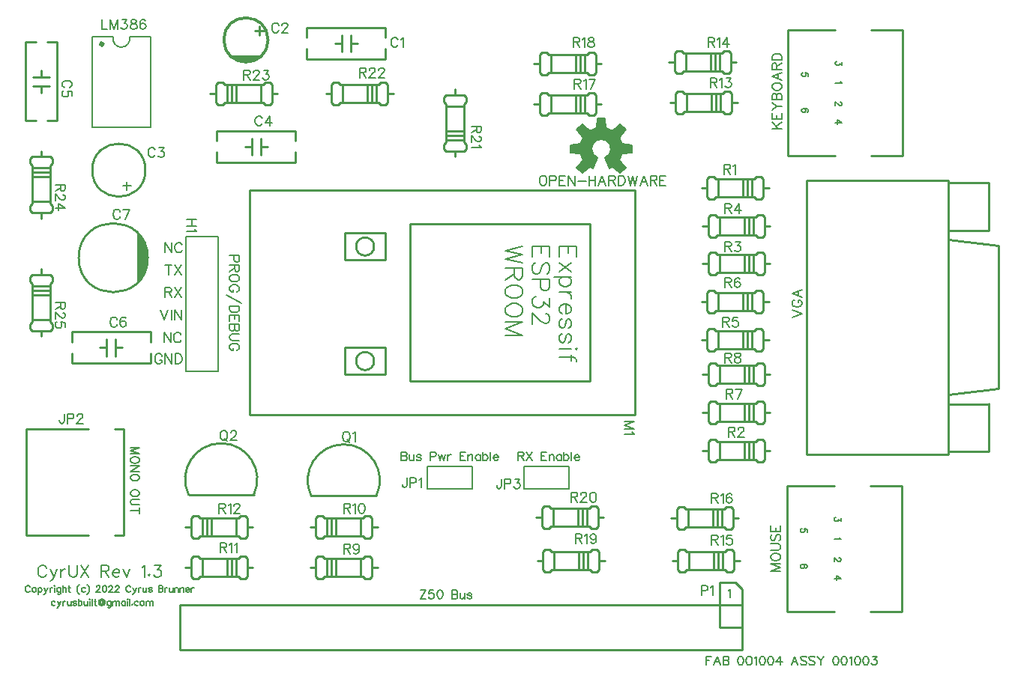
<source format=gto>
G04 Layer: TopSilkscreenLayer*
G04 EasyEDA v6.5.22, 2023-01-25 13:10:10*
G04 028e3914a6f949ed9ca799ef75e4ed4f,10*
G04 Gerber Generator version 0.2*
G04 Scale: 100 percent, Rotated: No, Reflected: No *
G04 Dimensions in inches *
G04 leading zeros omitted , absolute positions ,3 integer and 6 decimal *
%FSLAX36Y36*%
%MOIN*%

%ADD10C,0.0080*%
%ADD11C,0.0060*%
%ADD12C,0.0070*%
%ADD13C,0.0080*%
%ADD14C,0.0079*%
%ADD15C,0.0100*%
%ADD16C,0.0059*%
%ADD17C,0.0079*%
%ADD18C,0.0118*%
%ADD19C,0.0197*%
%ADD20C,0.0122*%

%LPD*%
D10*
X520399Y-1950000D02*
G01*
X482199Y-1950000D01*
X520399Y-1950000D02*
G01*
X482199Y-1964499D01*
X520399Y-1979099D02*
G01*
X482199Y-1964499D01*
X520399Y-1979099D02*
G01*
X482199Y-1979099D01*
X520399Y-2001999D02*
G01*
X518499Y-1998400D01*
X514899Y-1994699D01*
X511300Y-1992899D01*
X505799Y-1991100D01*
X496700Y-1991100D01*
X491300Y-1992899D01*
X487600Y-1994699D01*
X484000Y-1998400D01*
X482199Y-2001999D01*
X482199Y-2009299D01*
X484000Y-2012899D01*
X487600Y-2016500D01*
X491300Y-2018400D01*
X496700Y-2020199D01*
X505799Y-2020199D01*
X511300Y-2018400D01*
X514899Y-2016500D01*
X518499Y-2012899D01*
X520399Y-2009299D01*
X520399Y-2001999D01*
X520399Y-2032199D02*
G01*
X482199Y-2032199D01*
X520399Y-2032199D02*
G01*
X482199Y-2057600D01*
X520399Y-2057600D02*
G01*
X482199Y-2057600D01*
X520399Y-2080500D02*
G01*
X518499Y-2076900D01*
X514899Y-2073299D01*
X511300Y-2071500D01*
X505799Y-2069600D01*
X496700Y-2069600D01*
X491300Y-2071500D01*
X487600Y-2073299D01*
X484000Y-2076900D01*
X482199Y-2080500D01*
X482199Y-2087800D01*
X484000Y-2091500D01*
X487600Y-2095100D01*
X491300Y-2096900D01*
X496700Y-2098699D01*
X505799Y-2098699D01*
X511300Y-2096900D01*
X514899Y-2095100D01*
X518499Y-2091500D01*
X520399Y-2087800D01*
X520399Y-2080500D01*
X520399Y-2149600D02*
G01*
X518499Y-2145999D01*
X514899Y-2142399D01*
X511300Y-2140500D01*
X505799Y-2138699D01*
X496700Y-2138699D01*
X491300Y-2140500D01*
X487600Y-2142399D01*
X484000Y-2145999D01*
X482199Y-2149600D01*
X482199Y-2156900D01*
X484000Y-2160500D01*
X487600Y-2164200D01*
X491300Y-2165999D01*
X496700Y-2167800D01*
X505799Y-2167800D01*
X511300Y-2165999D01*
X514899Y-2164200D01*
X518499Y-2160500D01*
X520399Y-2156900D01*
X520399Y-2149600D01*
X520399Y-2179800D02*
G01*
X493099Y-2179800D01*
X487600Y-2181599D01*
X484000Y-2185300D01*
X482199Y-2190700D01*
X482199Y-2194400D01*
X484000Y-2199800D01*
X487600Y-2203499D01*
X493099Y-2205300D01*
X520399Y-2205300D01*
X520399Y-2230000D02*
G01*
X482199Y-2230000D01*
X520399Y-2217300D02*
G01*
X520399Y-2242700D01*
X1795500Y-2584600D02*
G01*
X1770000Y-2622800D01*
X1770000Y-2584600D02*
G01*
X1795500Y-2584600D01*
X1770000Y-2622800D02*
G01*
X1795500Y-2622800D01*
X1829300Y-2584600D02*
G01*
X1811099Y-2584600D01*
X1809300Y-2600999D01*
X1811099Y-2599200D01*
X1816499Y-2597399D01*
X1821999Y-2597399D01*
X1827500Y-2599200D01*
X1831099Y-2602800D01*
X1832899Y-2608299D01*
X1832899Y-2611900D01*
X1831099Y-2617399D01*
X1827500Y-2620999D01*
X1821999Y-2622800D01*
X1816499Y-2622800D01*
X1811099Y-2620999D01*
X1809300Y-2619200D01*
X1807500Y-2615500D01*
X1855799Y-2584600D02*
G01*
X1850399Y-2586500D01*
X1846700Y-2591900D01*
X1844899Y-2600999D01*
X1844899Y-2606500D01*
X1846700Y-2615500D01*
X1850399Y-2620999D01*
X1855799Y-2622800D01*
X1859499Y-2622800D01*
X1864899Y-2620999D01*
X1868500Y-2615500D01*
X1870399Y-2606500D01*
X1870399Y-2600999D01*
X1868500Y-2591900D01*
X1864899Y-2586500D01*
X1859499Y-2584600D01*
X1855799Y-2584600D01*
X1910399Y-2584600D02*
G01*
X1910399Y-2622800D01*
X1910399Y-2584600D02*
G01*
X1926700Y-2584600D01*
X1932200Y-2586500D01*
X1933999Y-2588299D01*
X1935799Y-2591900D01*
X1935799Y-2595500D01*
X1933999Y-2599200D01*
X1932200Y-2600999D01*
X1926700Y-2602800D01*
X1910399Y-2602800D02*
G01*
X1926700Y-2602800D01*
X1932200Y-2604600D01*
X1933999Y-2606500D01*
X1935799Y-2610100D01*
X1935799Y-2615500D01*
X1933999Y-2619200D01*
X1932200Y-2620999D01*
X1926700Y-2622800D01*
X1910399Y-2622800D01*
X1947799Y-2597399D02*
G01*
X1947799Y-2615500D01*
X1949600Y-2620999D01*
X1953299Y-2622800D01*
X1958699Y-2622800D01*
X1962399Y-2620999D01*
X1967799Y-2615500D01*
X1967799Y-2597399D02*
G01*
X1967799Y-2622800D01*
X1999799Y-2602800D02*
G01*
X1998000Y-2599200D01*
X1992500Y-2597399D01*
X1987100Y-2597399D01*
X1981599Y-2599200D01*
X1979799Y-2602800D01*
X1981599Y-2606500D01*
X1985299Y-2608299D01*
X1994399Y-2610100D01*
X1998000Y-2611900D01*
X1999799Y-2615500D01*
X1999799Y-2617399D01*
X1998000Y-2620999D01*
X1992500Y-2622800D01*
X1987100Y-2622800D01*
X1981599Y-2620999D01*
X1979799Y-2617399D01*
X1685000Y-1969600D02*
G01*
X1685000Y-2007800D01*
X1685000Y-1969600D02*
G01*
X1701400Y-1969600D01*
X1706800Y-1971500D01*
X1708599Y-1973299D01*
X1710500Y-1976900D01*
X1710500Y-1980500D01*
X1708599Y-1984200D01*
X1706800Y-1985999D01*
X1701400Y-1987800D01*
X1685000Y-1987800D02*
G01*
X1701400Y-1987800D01*
X1706800Y-1989600D01*
X1708599Y-1991500D01*
X1710500Y-1995100D01*
X1710500Y-2000500D01*
X1708599Y-2004200D01*
X1706800Y-2005999D01*
X1701400Y-2007800D01*
X1685000Y-2007800D01*
X1722500Y-1982399D02*
G01*
X1722500Y-2000500D01*
X1724300Y-2005999D01*
X1727899Y-2007800D01*
X1733400Y-2007800D01*
X1736999Y-2005999D01*
X1742500Y-2000500D01*
X1742500Y-1982399D02*
G01*
X1742500Y-2007800D01*
X1774499Y-1987800D02*
G01*
X1772600Y-1984200D01*
X1767200Y-1982399D01*
X1761700Y-1982399D01*
X1756300Y-1984200D01*
X1754499Y-1987800D01*
X1756300Y-1991500D01*
X1759899Y-1993299D01*
X1768999Y-1995100D01*
X1772600Y-1996900D01*
X1774499Y-2000500D01*
X1774499Y-2002399D01*
X1772600Y-2005999D01*
X1767200Y-2007800D01*
X1761700Y-2007800D01*
X1756300Y-2005999D01*
X1754499Y-2002399D01*
X1814499Y-1969600D02*
G01*
X1814499Y-2007800D01*
X1814499Y-1969600D02*
G01*
X1830799Y-1969600D01*
X1836300Y-1971500D01*
X1838100Y-1973299D01*
X1839899Y-1976900D01*
X1839899Y-1982399D01*
X1838100Y-1985999D01*
X1836300Y-1987800D01*
X1830799Y-1989600D01*
X1814499Y-1989600D01*
X1851899Y-1982399D02*
G01*
X1859200Y-2007800D01*
X1866499Y-1982399D02*
G01*
X1859200Y-2007800D01*
X1866499Y-1982399D02*
G01*
X1873699Y-2007800D01*
X1881000Y-1982399D02*
G01*
X1873699Y-2007800D01*
X1893000Y-1982399D02*
G01*
X1893000Y-2007800D01*
X1893000Y-1993299D02*
G01*
X1894799Y-1987800D01*
X1898500Y-1984200D01*
X1902100Y-1982399D01*
X1907500Y-1982399D01*
X1947500Y-1969600D02*
G01*
X1947500Y-2007800D01*
X1947500Y-1969600D02*
G01*
X1971199Y-1969600D01*
X1947500Y-1987800D02*
G01*
X1962100Y-1987800D01*
X1947500Y-2007800D02*
G01*
X1971199Y-2007800D01*
X1983199Y-1982399D02*
G01*
X1983199Y-2007800D01*
X1983199Y-1989600D02*
G01*
X1988599Y-1984200D01*
X1992299Y-1982399D01*
X1997700Y-1982399D01*
X2001400Y-1984200D01*
X2003199Y-1989600D01*
X2003199Y-2007800D01*
X2036999Y-1982399D02*
G01*
X2036999Y-2007800D01*
X2036999Y-1987800D02*
G01*
X2033400Y-1984200D01*
X2029700Y-1982399D01*
X2024300Y-1982399D01*
X2020600Y-1984200D01*
X2016999Y-1987800D01*
X2015200Y-1993299D01*
X2015200Y-1996900D01*
X2016999Y-2002399D01*
X2020600Y-2005999D01*
X2024300Y-2007800D01*
X2029700Y-2007800D01*
X2033400Y-2005999D01*
X2036999Y-2002399D01*
X2048999Y-1969600D02*
G01*
X2048999Y-2007800D01*
X2048999Y-1987800D02*
G01*
X2052600Y-1984200D01*
X2056300Y-1982399D01*
X2061700Y-1982399D01*
X2065399Y-1984200D01*
X2068999Y-1987800D01*
X2070799Y-1993299D01*
X2070799Y-1996900D01*
X2068999Y-2002399D01*
X2065399Y-2005999D01*
X2061700Y-2007800D01*
X2056300Y-2007800D01*
X2052600Y-2005999D01*
X2048999Y-2002399D01*
X2082799Y-1969600D02*
G01*
X2082799Y-2007800D01*
X2094799Y-1993299D02*
G01*
X2116599Y-1993299D01*
X2116599Y-1989600D01*
X2114799Y-1985999D01*
X2113000Y-1984200D01*
X2109399Y-1982399D01*
X2103900Y-1982399D01*
X2100299Y-1984200D01*
X2096599Y-1987800D01*
X2094799Y-1993299D01*
X2094799Y-1996900D01*
X2096599Y-2002399D01*
X2100299Y-2005999D01*
X2103900Y-2007800D01*
X2109399Y-2007800D01*
X2113000Y-2005999D01*
X2116599Y-2002399D01*
D11*
X965399Y-1095000D02*
G01*
X922500Y-1095000D01*
X965399Y-1095000D02*
G01*
X965399Y-1113400D01*
X963400Y-1119499D01*
X961300Y-1121599D01*
X957200Y-1123600D01*
X951099Y-1123600D01*
X946999Y-1121599D01*
X945000Y-1119499D01*
X942899Y-1113400D01*
X942899Y-1095000D01*
X965399Y-1137100D02*
G01*
X922500Y-1137100D01*
X965399Y-1137100D02*
G01*
X965399Y-1155500D01*
X963400Y-1161700D01*
X961300Y-1163699D01*
X957200Y-1165799D01*
X953100Y-1165799D01*
X948999Y-1163699D01*
X946999Y-1161700D01*
X945000Y-1155500D01*
X945000Y-1137100D01*
X945000Y-1151500D02*
G01*
X922500Y-1165799D01*
X965399Y-1191500D02*
G01*
X963400Y-1187500D01*
X959300Y-1183400D01*
X955200Y-1181300D01*
X948999Y-1179299D01*
X938800Y-1179299D01*
X932700Y-1181300D01*
X928599Y-1183400D01*
X924499Y-1187500D01*
X922500Y-1191500D01*
X922500Y-1199699D01*
X924499Y-1203800D01*
X928599Y-1207899D01*
X932700Y-1210000D01*
X938800Y-1211999D01*
X948999Y-1211999D01*
X955200Y-1210000D01*
X959300Y-1207899D01*
X963400Y-1203800D01*
X965399Y-1199699D01*
X965399Y-1191500D01*
X955200Y-1256199D02*
G01*
X959300Y-1254099D01*
X963400Y-1250000D01*
X965399Y-1245999D01*
X965399Y-1237800D01*
X963400Y-1233699D01*
X959300Y-1229600D01*
X955200Y-1227500D01*
X948999Y-1225500D01*
X938800Y-1225500D01*
X932700Y-1227500D01*
X928599Y-1229600D01*
X924499Y-1233699D01*
X922500Y-1237800D01*
X922500Y-1245999D01*
X924499Y-1250000D01*
X928599Y-1254099D01*
X932700Y-1256199D01*
X938800Y-1256199D01*
X938800Y-1245999D02*
G01*
X938800Y-1256199D01*
X973599Y-1306500D02*
G01*
X908100Y-1269699D01*
X965399Y-1320000D02*
G01*
X922500Y-1320000D01*
X965399Y-1320000D02*
G01*
X965399Y-1334299D01*
X963400Y-1340500D01*
X959300Y-1344499D01*
X955200Y-1346599D01*
X948999Y-1348600D01*
X938800Y-1348600D01*
X932700Y-1346599D01*
X928599Y-1344499D01*
X924499Y-1340500D01*
X922500Y-1334299D01*
X922500Y-1320000D01*
X965399Y-1362100D02*
G01*
X922500Y-1362100D01*
X965399Y-1362100D02*
G01*
X965399Y-1388699D01*
X945000Y-1362100D02*
G01*
X945000Y-1378499D01*
X922500Y-1362100D02*
G01*
X922500Y-1388699D01*
X965399Y-1402199D02*
G01*
X922500Y-1402199D01*
X965399Y-1402199D02*
G01*
X965399Y-1420599D01*
X963400Y-1426799D01*
X961300Y-1428800D01*
X957200Y-1430900D01*
X953100Y-1430900D01*
X948999Y-1428800D01*
X946999Y-1426799D01*
X945000Y-1420599D01*
X945000Y-1402199D02*
G01*
X945000Y-1420599D01*
X942899Y-1426799D01*
X940900Y-1428800D01*
X936800Y-1430900D01*
X930600Y-1430900D01*
X926499Y-1428800D01*
X924499Y-1426799D01*
X922500Y-1420599D01*
X922500Y-1402199D01*
X965399Y-1444400D02*
G01*
X934700Y-1444400D01*
X928599Y-1446399D01*
X924499Y-1450500D01*
X922500Y-1456599D01*
X922500Y-1460700D01*
X924499Y-1466900D01*
X928599Y-1470999D01*
X934700Y-1473000D01*
X965399Y-1473000D01*
X955200Y-1517199D02*
G01*
X959300Y-1515100D01*
X963400Y-1510999D01*
X965399Y-1506999D01*
X965399Y-1498800D01*
X963400Y-1494699D01*
X959300Y-1490599D01*
X955200Y-1488499D01*
X948999Y-1486500D01*
X938800Y-1486500D01*
X932700Y-1488499D01*
X928599Y-1490599D01*
X924499Y-1494699D01*
X922500Y-1498800D01*
X922500Y-1506999D01*
X924499Y-1510999D01*
X928599Y-1515100D01*
X932700Y-1517199D01*
X938800Y-1517199D01*
X938800Y-1506999D02*
G01*
X938800Y-1517199D01*
D10*
X635000Y-1037300D02*
G01*
X635000Y-1082399D01*
X635000Y-1037300D02*
G01*
X665100Y-1082399D01*
X665100Y-1037300D02*
G01*
X665100Y-1082399D01*
X711399Y-1048099D02*
G01*
X709299Y-1043800D01*
X705000Y-1039499D01*
X700700Y-1037300D01*
X692100Y-1037300D01*
X687800Y-1039499D01*
X683499Y-1043800D01*
X681399Y-1048099D01*
X679200Y-1054499D01*
X679200Y-1065199D01*
X681399Y-1071700D01*
X683499Y-1075999D01*
X687800Y-1080300D01*
X692100Y-1082399D01*
X700700Y-1082399D01*
X705000Y-1080300D01*
X709299Y-1075999D01*
X711399Y-1071700D01*
X630000Y-1437300D02*
G01*
X630000Y-1482399D01*
X630000Y-1437300D02*
G01*
X660100Y-1482399D01*
X660100Y-1437300D02*
G01*
X660100Y-1482399D01*
X706399Y-1448099D02*
G01*
X704299Y-1443800D01*
X700000Y-1439499D01*
X695700Y-1437300D01*
X687100Y-1437300D01*
X682800Y-1439499D01*
X678499Y-1443800D01*
X676399Y-1448099D01*
X674200Y-1454499D01*
X674200Y-1465199D01*
X676399Y-1471700D01*
X678499Y-1475999D01*
X682800Y-1480300D01*
X687100Y-1482399D01*
X695700Y-1482399D01*
X700000Y-1480300D01*
X704299Y-1475999D01*
X706399Y-1471700D01*
X650000Y-1137300D02*
G01*
X650000Y-1182399D01*
X635000Y-1137300D02*
G01*
X665100Y-1137300D01*
X679200Y-1137300D02*
G01*
X709299Y-1182399D01*
X709299Y-1137300D02*
G01*
X679200Y-1182399D01*
X635000Y-1237300D02*
G01*
X635000Y-1282399D01*
X635000Y-1237300D02*
G01*
X654299Y-1237300D01*
X660799Y-1239499D01*
X662899Y-1241599D01*
X665100Y-1245900D01*
X665100Y-1250199D01*
X662899Y-1254499D01*
X660799Y-1256700D01*
X654299Y-1258800D01*
X635000Y-1258800D01*
X650000Y-1258800D02*
G01*
X665100Y-1282399D01*
X679200Y-1237300D02*
G01*
X709299Y-1282399D01*
X709299Y-1237300D02*
G01*
X679200Y-1282399D01*
X615000Y-1337300D02*
G01*
X632199Y-1382399D01*
X649400Y-1337300D02*
G01*
X632199Y-1382399D01*
X663499Y-1337300D02*
G01*
X663499Y-1382399D01*
X677699Y-1337300D02*
G01*
X677699Y-1382399D01*
X677699Y-1337300D02*
G01*
X707800Y-1382399D01*
X707800Y-1337300D02*
G01*
X707800Y-1382399D01*
X622199Y-1543099D02*
G01*
X620100Y-1538800D01*
X615799Y-1534499D01*
X611500Y-1532300D01*
X602899Y-1532300D01*
X598600Y-1534499D01*
X594299Y-1538800D01*
X592100Y-1543099D01*
X590000Y-1549499D01*
X590000Y-1560199D01*
X592100Y-1566700D01*
X594299Y-1570999D01*
X598600Y-1575300D01*
X602899Y-1577399D01*
X611500Y-1577399D01*
X615799Y-1575300D01*
X620100Y-1570999D01*
X622199Y-1566700D01*
X622199Y-1560199D01*
X611500Y-1560199D02*
G01*
X622199Y-1560199D01*
X636399Y-1532300D02*
G01*
X636399Y-1577399D01*
X636399Y-1532300D02*
G01*
X666399Y-1577399D01*
X666399Y-1532300D02*
G01*
X666399Y-1577399D01*
X680599Y-1532300D02*
G01*
X680599Y-1577399D01*
X680599Y-1532300D02*
G01*
X695700Y-1532300D01*
X702100Y-1534499D01*
X706399Y-1538800D01*
X708499Y-1543099D01*
X710700Y-1549499D01*
X710700Y-1560199D01*
X708499Y-1566700D01*
X706399Y-1570999D01*
X702100Y-1575300D01*
X695700Y-1577399D01*
X680599Y-1577399D01*
X3040000Y-2879600D02*
G01*
X3040000Y-2917800D01*
X3040000Y-2879600D02*
G01*
X3063599Y-2879600D01*
X3040000Y-2897800D02*
G01*
X3054499Y-2897800D01*
X3090200Y-2879600D02*
G01*
X3075600Y-2917800D01*
X3090200Y-2879600D02*
G01*
X3104700Y-2917800D01*
X3081099Y-2905100D02*
G01*
X3099300Y-2905100D01*
X3116700Y-2879600D02*
G01*
X3116700Y-2917800D01*
X3116700Y-2879600D02*
G01*
X3133100Y-2879600D01*
X3138500Y-2881500D01*
X3140399Y-2883299D01*
X3142200Y-2886900D01*
X3142200Y-2890500D01*
X3140399Y-2894200D01*
X3138500Y-2895999D01*
X3133100Y-2897800D01*
X3116700Y-2897800D02*
G01*
X3133100Y-2897800D01*
X3138500Y-2899600D01*
X3140399Y-2901500D01*
X3142200Y-2905100D01*
X3142200Y-2910500D01*
X3140399Y-2914200D01*
X3138500Y-2915999D01*
X3133100Y-2917800D01*
X3116700Y-2917800D01*
X3193100Y-2879600D02*
G01*
X3187600Y-2881500D01*
X3183999Y-2886900D01*
X3182200Y-2895999D01*
X3182200Y-2901500D01*
X3183999Y-2910500D01*
X3187600Y-2915999D01*
X3193100Y-2917800D01*
X3196700Y-2917800D01*
X3202200Y-2915999D01*
X3205799Y-2910500D01*
X3207600Y-2901500D01*
X3207600Y-2895999D01*
X3205799Y-2886900D01*
X3202200Y-2881500D01*
X3196700Y-2879600D01*
X3193100Y-2879600D01*
X3230500Y-2879600D02*
G01*
X3225100Y-2881500D01*
X3221499Y-2886900D01*
X3219600Y-2895999D01*
X3219600Y-2901500D01*
X3221499Y-2910500D01*
X3225100Y-2915999D01*
X3230500Y-2917800D01*
X3234200Y-2917800D01*
X3239600Y-2915999D01*
X3243299Y-2910500D01*
X3245100Y-2901500D01*
X3245100Y-2895999D01*
X3243299Y-2886900D01*
X3239600Y-2881500D01*
X3234200Y-2879600D01*
X3230500Y-2879600D01*
X3257100Y-2886900D02*
G01*
X3260699Y-2885100D01*
X3266199Y-2879600D01*
X3266199Y-2917800D01*
X3289099Y-2879600D02*
G01*
X3283599Y-2881500D01*
X3280000Y-2886900D01*
X3278199Y-2895999D01*
X3278199Y-2901500D01*
X3280000Y-2910500D01*
X3283599Y-2915999D01*
X3289099Y-2917800D01*
X3292700Y-2917800D01*
X3298199Y-2915999D01*
X3301800Y-2910500D01*
X3303599Y-2901500D01*
X3303599Y-2895999D01*
X3301800Y-2886900D01*
X3298199Y-2881500D01*
X3292700Y-2879600D01*
X3289099Y-2879600D01*
X3326499Y-2879600D02*
G01*
X3321099Y-2881500D01*
X3317500Y-2886900D01*
X3315600Y-2895999D01*
X3315600Y-2901500D01*
X3317500Y-2910500D01*
X3321099Y-2915999D01*
X3326499Y-2917800D01*
X3330200Y-2917800D01*
X3335600Y-2915999D01*
X3339300Y-2910500D01*
X3341099Y-2901500D01*
X3341099Y-2895999D01*
X3339300Y-2886900D01*
X3335600Y-2881500D01*
X3330200Y-2879600D01*
X3326499Y-2879600D01*
X3371300Y-2879600D02*
G01*
X3353100Y-2905100D01*
X3380399Y-2905100D01*
X3371300Y-2879600D02*
G01*
X3371300Y-2917800D01*
X3434899Y-2879600D02*
G01*
X3420399Y-2917800D01*
X3434899Y-2879600D02*
G01*
X3449499Y-2917800D01*
X3425799Y-2905100D02*
G01*
X3443999Y-2905100D01*
X3486899Y-2885100D02*
G01*
X3483299Y-2881500D01*
X3477799Y-2879600D01*
X3470500Y-2879600D01*
X3465100Y-2881500D01*
X3461499Y-2885100D01*
X3461499Y-2888699D01*
X3463299Y-2892399D01*
X3465100Y-2894200D01*
X3468699Y-2895999D01*
X3479600Y-2899600D01*
X3483299Y-2901500D01*
X3485100Y-2903299D01*
X3486899Y-2906900D01*
X3486899Y-2912399D01*
X3483299Y-2915999D01*
X3477799Y-2917800D01*
X3470500Y-2917800D01*
X3465100Y-2915999D01*
X3461499Y-2912399D01*
X3524399Y-2885100D02*
G01*
X3520699Y-2881500D01*
X3515299Y-2879600D01*
X3508000Y-2879600D01*
X3502500Y-2881500D01*
X3498900Y-2885100D01*
X3498900Y-2888699D01*
X3500699Y-2892399D01*
X3502500Y-2894200D01*
X3506199Y-2895999D01*
X3517100Y-2899600D01*
X3520699Y-2901500D01*
X3522500Y-2903299D01*
X3524399Y-2906900D01*
X3524399Y-2912399D01*
X3520699Y-2915999D01*
X3515299Y-2917800D01*
X3508000Y-2917800D01*
X3502500Y-2915999D01*
X3498900Y-2912399D01*
X3536400Y-2879600D02*
G01*
X3550900Y-2897800D01*
X3550900Y-2917800D01*
X3565500Y-2879600D02*
G01*
X3550900Y-2897800D01*
X3616400Y-2879600D02*
G01*
X3610900Y-2881500D01*
X3607299Y-2886900D01*
X3605500Y-2895999D01*
X3605500Y-2901500D01*
X3607299Y-2910500D01*
X3610900Y-2915999D01*
X3616400Y-2917800D01*
X3620000Y-2917800D01*
X3625500Y-2915999D01*
X3629099Y-2910500D01*
X3630900Y-2901500D01*
X3630900Y-2895999D01*
X3629099Y-2886900D01*
X3625500Y-2881500D01*
X3620000Y-2879600D01*
X3616400Y-2879600D01*
X3653800Y-2879600D02*
G01*
X3648400Y-2881500D01*
X3644700Y-2886900D01*
X3642899Y-2895999D01*
X3642899Y-2901500D01*
X3644700Y-2910500D01*
X3648400Y-2915999D01*
X3653800Y-2917800D01*
X3657500Y-2917800D01*
X3662899Y-2915999D01*
X3666499Y-2910500D01*
X3668400Y-2901500D01*
X3668400Y-2895999D01*
X3666499Y-2886900D01*
X3662899Y-2881500D01*
X3657500Y-2879600D01*
X3653800Y-2879600D01*
X3680399Y-2886900D02*
G01*
X3683999Y-2885100D01*
X3689499Y-2879600D01*
X3689499Y-2917800D01*
X3712399Y-2879600D02*
G01*
X3706899Y-2881500D01*
X3703299Y-2886900D01*
X3701499Y-2895999D01*
X3701499Y-2901500D01*
X3703299Y-2910500D01*
X3706899Y-2915999D01*
X3712399Y-2917800D01*
X3716000Y-2917800D01*
X3721499Y-2915999D01*
X3725100Y-2910500D01*
X3726899Y-2901500D01*
X3726899Y-2895999D01*
X3725100Y-2886900D01*
X3721499Y-2881500D01*
X3716000Y-2879600D01*
X3712399Y-2879600D01*
X3749799Y-2879600D02*
G01*
X3744399Y-2881500D01*
X3740699Y-2886900D01*
X3738900Y-2895999D01*
X3738900Y-2901500D01*
X3740699Y-2910500D01*
X3744399Y-2915999D01*
X3749799Y-2917800D01*
X3753500Y-2917800D01*
X3758900Y-2915999D01*
X3762500Y-2910500D01*
X3764399Y-2901500D01*
X3764399Y-2895999D01*
X3762500Y-2886900D01*
X3758900Y-2881500D01*
X3753500Y-2879600D01*
X3749799Y-2879600D01*
X3780000Y-2879600D02*
G01*
X3800000Y-2879600D01*
X3789099Y-2894200D01*
X3794499Y-2894200D01*
X3798199Y-2895999D01*
X3800000Y-2897800D01*
X3801800Y-2903299D01*
X3801800Y-2906900D01*
X3800000Y-2912399D01*
X3796400Y-2915999D01*
X3790900Y-2917800D01*
X3785500Y-2917800D01*
X3780000Y-2915999D01*
X3778199Y-2914200D01*
X3776400Y-2910500D01*
X107500Y-2486999D02*
G01*
X105000Y-2481999D01*
X100000Y-2476999D01*
X95000Y-2474499D01*
X85000Y-2474499D01*
X80000Y-2476999D01*
X75000Y-2481999D01*
X72500Y-2486999D01*
X70000Y-2494499D01*
X70000Y-2506999D01*
X72500Y-2514499D01*
X75000Y-2519499D01*
X80000Y-2524499D01*
X85000Y-2526999D01*
X95000Y-2526999D01*
X100000Y-2524499D01*
X105000Y-2519499D01*
X107500Y-2514499D01*
X126500Y-2491999D02*
G01*
X141500Y-2526999D01*
X156500Y-2491999D02*
G01*
X141500Y-2526999D01*
X136500Y-2536999D01*
X131500Y-2541999D01*
X126500Y-2544499D01*
X124000Y-2544499D01*
X173000Y-2491999D02*
G01*
X173000Y-2526999D01*
X173000Y-2506999D02*
G01*
X175500Y-2499499D01*
X180500Y-2494499D01*
X185500Y-2491999D01*
X193000Y-2491999D01*
X209499Y-2474499D02*
G01*
X209499Y-2511999D01*
X211999Y-2519499D01*
X216999Y-2524499D01*
X224499Y-2526999D01*
X229499Y-2526999D01*
X236999Y-2524499D01*
X241999Y-2519499D01*
X244499Y-2511999D01*
X244499Y-2474499D01*
X260999Y-2474499D02*
G01*
X295999Y-2526999D01*
X295999Y-2474499D02*
G01*
X260999Y-2526999D01*
X350999Y-2474499D02*
G01*
X350999Y-2526999D01*
X350999Y-2474499D02*
G01*
X373499Y-2474499D01*
X380999Y-2476999D01*
X383499Y-2479499D01*
X385999Y-2484499D01*
X385999Y-2489499D01*
X383499Y-2494499D01*
X380999Y-2496999D01*
X373499Y-2499499D01*
X350999Y-2499499D01*
X368499Y-2499499D02*
G01*
X385999Y-2526999D01*
X402500Y-2506999D02*
G01*
X432500Y-2506999D01*
X432500Y-2501999D01*
X430000Y-2496999D01*
X427500Y-2494499D01*
X422500Y-2491999D01*
X415000Y-2491999D01*
X410000Y-2494499D01*
X405000Y-2499499D01*
X402500Y-2506999D01*
X402500Y-2511999D01*
X405000Y-2519499D01*
X410000Y-2524499D01*
X415000Y-2526999D01*
X422500Y-2526999D01*
X427500Y-2524499D01*
X432500Y-2519499D01*
X449000Y-2491999D02*
G01*
X464000Y-2526999D01*
X479000Y-2491999D02*
G01*
X464000Y-2526999D01*
X534000Y-2484499D02*
G01*
X539000Y-2481999D01*
X546500Y-2474499D01*
X546500Y-2526999D01*
X565500Y-2514499D02*
G01*
X563000Y-2516999D01*
X565500Y-2519499D01*
X568000Y-2516999D01*
X565500Y-2514499D01*
X589499Y-2474499D02*
G01*
X616999Y-2474499D01*
X601999Y-2494499D01*
X609499Y-2494499D01*
X614499Y-2496999D01*
X616999Y-2499499D01*
X619499Y-2506999D01*
X619499Y-2511999D01*
X616999Y-2519499D01*
X611999Y-2524499D01*
X604499Y-2526999D01*
X596999Y-2526999D01*
X589499Y-2524499D01*
X586999Y-2521999D01*
X584499Y-2516999D01*
X35500Y-2571500D02*
G01*
X34099Y-2568800D01*
X31399Y-2566100D01*
X28600Y-2564699D01*
X23200Y-2564699D01*
X20500Y-2566100D01*
X17699Y-2568800D01*
X16399Y-2571500D01*
X15000Y-2575599D01*
X15000Y-2582500D01*
X16399Y-2586500D01*
X17699Y-2589299D01*
X20500Y-2591999D01*
X23200Y-2593400D01*
X28600Y-2593400D01*
X31399Y-2591999D01*
X34099Y-2589299D01*
X35500Y-2586500D01*
X51300Y-2574299D02*
G01*
X48499Y-2575599D01*
X45799Y-2578400D01*
X44499Y-2582500D01*
X44499Y-2585200D01*
X45799Y-2589299D01*
X48499Y-2591999D01*
X51300Y-2593400D01*
X55399Y-2593400D01*
X58099Y-2591999D01*
X60799Y-2589299D01*
X62199Y-2585200D01*
X62199Y-2582500D01*
X60799Y-2578400D01*
X58099Y-2575599D01*
X55399Y-2574299D01*
X51300Y-2574299D01*
X71199Y-2574299D02*
G01*
X71199Y-2602899D01*
X71199Y-2578400D02*
G01*
X73899Y-2575599D01*
X76599Y-2574299D01*
X80700Y-2574299D01*
X83499Y-2575599D01*
X86199Y-2578400D01*
X87500Y-2582500D01*
X87500Y-2585200D01*
X86199Y-2589299D01*
X83499Y-2591999D01*
X80700Y-2593400D01*
X76599Y-2593400D01*
X73899Y-2591999D01*
X71199Y-2589299D01*
X97899Y-2574299D02*
G01*
X106100Y-2593400D01*
X114299Y-2574299D02*
G01*
X106100Y-2593400D01*
X103400Y-2598800D01*
X100599Y-2601500D01*
X97899Y-2602899D01*
X96500Y-2602899D01*
X123299Y-2574299D02*
G01*
X123299Y-2593400D01*
X123299Y-2582500D02*
G01*
X124600Y-2578400D01*
X127399Y-2575599D01*
X130100Y-2574299D01*
X134200Y-2574299D01*
X143200Y-2564699D02*
G01*
X144499Y-2566100D01*
X145900Y-2564699D01*
X144499Y-2563400D01*
X143200Y-2564699D01*
X144499Y-2574299D02*
G01*
X144499Y-2593400D01*
X171300Y-2574299D02*
G01*
X171300Y-2596100D01*
X169899Y-2600200D01*
X168499Y-2601500D01*
X165799Y-2602899D01*
X161700Y-2602899D01*
X159000Y-2601500D01*
X171300Y-2578400D02*
G01*
X168499Y-2575599D01*
X165799Y-2574299D01*
X161700Y-2574299D01*
X159000Y-2575599D01*
X156300Y-2578400D01*
X154899Y-2582500D01*
X154899Y-2585200D01*
X156300Y-2589299D01*
X159000Y-2591999D01*
X161700Y-2593400D01*
X165799Y-2593400D01*
X168499Y-2591999D01*
X171300Y-2589299D01*
X180300Y-2564699D02*
G01*
X180300Y-2593400D01*
X180300Y-2579699D02*
G01*
X184400Y-2575599D01*
X187100Y-2574299D01*
X191199Y-2574299D01*
X193899Y-2575599D01*
X195300Y-2579699D01*
X195300Y-2593400D01*
X208400Y-2564699D02*
G01*
X208400Y-2587899D01*
X209699Y-2591999D01*
X212500Y-2593400D01*
X215199Y-2593400D01*
X204299Y-2574299D02*
G01*
X213800Y-2574299D01*
X254699Y-2559299D02*
G01*
X251999Y-2561999D01*
X249299Y-2566100D01*
X246500Y-2571500D01*
X245199Y-2578400D01*
X245199Y-2583800D01*
X246500Y-2590599D01*
X249299Y-2596100D01*
X251999Y-2600200D01*
X254699Y-2602899D01*
X280100Y-2578400D02*
G01*
X277399Y-2575599D01*
X274600Y-2574299D01*
X270500Y-2574299D01*
X267800Y-2575599D01*
X265100Y-2578400D01*
X263699Y-2582500D01*
X263699Y-2585200D01*
X265100Y-2589299D01*
X267800Y-2591999D01*
X270500Y-2593400D01*
X274600Y-2593400D01*
X277399Y-2591999D01*
X280100Y-2589299D01*
X289099Y-2559299D02*
G01*
X291799Y-2561999D01*
X294499Y-2566100D01*
X297300Y-2571500D01*
X298600Y-2578400D01*
X298600Y-2583800D01*
X297300Y-2590599D01*
X294499Y-2596100D01*
X291799Y-2600200D01*
X289099Y-2602899D01*
X330000Y-2571500D02*
G01*
X330000Y-2570200D01*
X331399Y-2567500D01*
X332699Y-2566100D01*
X335500Y-2564699D01*
X340900Y-2564699D01*
X343600Y-2566100D01*
X345000Y-2567500D01*
X346399Y-2570200D01*
X346399Y-2572899D01*
X345000Y-2575599D01*
X342300Y-2579699D01*
X328600Y-2593400D01*
X347699Y-2593400D01*
X364899Y-2564699D02*
G01*
X360799Y-2566100D01*
X358099Y-2570200D01*
X356700Y-2576999D01*
X356700Y-2581100D01*
X358099Y-2587899D01*
X360799Y-2591999D01*
X364899Y-2593400D01*
X367600Y-2593400D01*
X371700Y-2591999D01*
X374499Y-2587899D01*
X375799Y-2581100D01*
X375799Y-2576999D01*
X374499Y-2570200D01*
X371700Y-2566100D01*
X367600Y-2564699D01*
X364899Y-2564699D01*
X386199Y-2571500D02*
G01*
X386199Y-2570200D01*
X387500Y-2567500D01*
X388899Y-2566100D01*
X391599Y-2564699D01*
X397100Y-2564699D01*
X399800Y-2566100D01*
X401199Y-2567500D01*
X402500Y-2570200D01*
X402500Y-2572899D01*
X401199Y-2575599D01*
X398499Y-2579699D01*
X384800Y-2593400D01*
X403899Y-2593400D01*
X414299Y-2571500D02*
G01*
X414299Y-2570200D01*
X415599Y-2567500D01*
X416999Y-2566100D01*
X419699Y-2564699D01*
X425199Y-2564699D01*
X427899Y-2566100D01*
X429299Y-2567500D01*
X430599Y-2570200D01*
X430599Y-2572899D01*
X429299Y-2575599D01*
X426500Y-2579699D01*
X412899Y-2593400D01*
X431999Y-2593400D01*
X482500Y-2571500D02*
G01*
X481100Y-2568800D01*
X478400Y-2566100D01*
X475599Y-2564699D01*
X470199Y-2564699D01*
X467500Y-2566100D01*
X464699Y-2568800D01*
X463400Y-2571500D01*
X461999Y-2575599D01*
X461999Y-2582500D01*
X463400Y-2586500D01*
X464699Y-2589299D01*
X467500Y-2591999D01*
X470199Y-2593400D01*
X475599Y-2593400D01*
X478400Y-2591999D01*
X481100Y-2589299D01*
X482500Y-2586500D01*
X492800Y-2574299D02*
G01*
X500999Y-2593400D01*
X509200Y-2574299D02*
G01*
X500999Y-2593400D01*
X498299Y-2598800D01*
X495500Y-2601500D01*
X492800Y-2602899D01*
X491500Y-2602899D01*
X518200Y-2574299D02*
G01*
X518200Y-2593400D01*
X518200Y-2582500D02*
G01*
X519499Y-2578400D01*
X522300Y-2575599D01*
X525000Y-2574299D01*
X529099Y-2574299D01*
X538099Y-2574299D02*
G01*
X538099Y-2587899D01*
X539499Y-2591999D01*
X542199Y-2593400D01*
X546300Y-2593400D01*
X549000Y-2591999D01*
X553099Y-2587899D01*
X553099Y-2574299D02*
G01*
X553099Y-2593400D01*
X577100Y-2578400D02*
G01*
X575700Y-2575599D01*
X571599Y-2574299D01*
X567500Y-2574299D01*
X563499Y-2575599D01*
X562100Y-2578400D01*
X563499Y-2581100D01*
X566199Y-2582500D01*
X573000Y-2583800D01*
X575700Y-2585200D01*
X577100Y-2587899D01*
X577100Y-2589299D01*
X575700Y-2591999D01*
X571599Y-2593400D01*
X567500Y-2593400D01*
X563499Y-2591999D01*
X562100Y-2589299D01*
X607100Y-2564699D02*
G01*
X607100Y-2593400D01*
X607100Y-2564699D02*
G01*
X619400Y-2564699D01*
X623499Y-2566100D01*
X624800Y-2567500D01*
X626199Y-2570200D01*
X626199Y-2572899D01*
X624800Y-2575599D01*
X623499Y-2576999D01*
X619400Y-2578400D01*
X607100Y-2578400D02*
G01*
X619400Y-2578400D01*
X623499Y-2579699D01*
X624800Y-2581100D01*
X626199Y-2583800D01*
X626199Y-2587899D01*
X624800Y-2590599D01*
X623499Y-2591999D01*
X619400Y-2593400D01*
X607100Y-2593400D01*
X635199Y-2574299D02*
G01*
X635199Y-2593400D01*
X635199Y-2582500D02*
G01*
X636500Y-2578400D01*
X639299Y-2575599D01*
X641999Y-2574299D01*
X646100Y-2574299D01*
X655100Y-2574299D02*
G01*
X655100Y-2587899D01*
X656500Y-2591999D01*
X659200Y-2593400D01*
X663299Y-2593400D01*
X665999Y-2591999D01*
X670100Y-2587899D01*
X670100Y-2574299D02*
G01*
X670100Y-2593400D01*
X679099Y-2574299D02*
G01*
X679099Y-2593400D01*
X679099Y-2579699D02*
G01*
X683200Y-2575599D01*
X685900Y-2574299D01*
X690000Y-2574299D01*
X692699Y-2575599D01*
X694099Y-2579699D01*
X694099Y-2593400D01*
X703099Y-2574299D02*
G01*
X703099Y-2593400D01*
X703099Y-2579699D02*
G01*
X707199Y-2575599D01*
X709899Y-2574299D01*
X714000Y-2574299D01*
X716700Y-2575599D01*
X718099Y-2579699D01*
X718099Y-2593400D01*
X727100Y-2582500D02*
G01*
X743499Y-2582500D01*
X743499Y-2579699D01*
X742100Y-2576999D01*
X740700Y-2575599D01*
X738000Y-2574299D01*
X733899Y-2574299D01*
X731199Y-2575599D01*
X728499Y-2578400D01*
X727100Y-2582500D01*
X727100Y-2585200D01*
X728499Y-2589299D01*
X731199Y-2591999D01*
X733899Y-2593400D01*
X738000Y-2593400D01*
X740700Y-2591999D01*
X743499Y-2589299D01*
X752500Y-2574299D02*
G01*
X752500Y-2593400D01*
X752500Y-2582500D02*
G01*
X753800Y-2578400D01*
X756500Y-2575599D01*
X759299Y-2574299D01*
X763400Y-2574299D01*
X146399Y-2638400D02*
G01*
X143600Y-2635599D01*
X140900Y-2634299D01*
X136799Y-2634299D01*
X134099Y-2635599D01*
X131399Y-2638400D01*
X130000Y-2642500D01*
X130000Y-2645200D01*
X131399Y-2649299D01*
X134099Y-2651999D01*
X136799Y-2653400D01*
X140900Y-2653400D01*
X143600Y-2651999D01*
X146399Y-2649299D01*
X156700Y-2634299D02*
G01*
X164899Y-2653400D01*
X173099Y-2634299D02*
G01*
X164899Y-2653400D01*
X162199Y-2658800D01*
X159499Y-2661500D01*
X156700Y-2662899D01*
X155399Y-2662899D01*
X182100Y-2634299D02*
G01*
X182100Y-2653400D01*
X182100Y-2642500D02*
G01*
X183499Y-2638400D01*
X186199Y-2635599D01*
X188899Y-2634299D01*
X193000Y-2634299D01*
X201999Y-2634299D02*
G01*
X201999Y-2647899D01*
X203400Y-2651999D01*
X206100Y-2653400D01*
X210199Y-2653400D01*
X212899Y-2651999D01*
X216999Y-2647899D01*
X216999Y-2634299D02*
G01*
X216999Y-2653400D01*
X240999Y-2638400D02*
G01*
X239600Y-2635599D01*
X235500Y-2634299D01*
X231500Y-2634299D01*
X227399Y-2635599D01*
X225999Y-2638400D01*
X227399Y-2641100D01*
X230100Y-2642500D01*
X236900Y-2643800D01*
X239600Y-2645200D01*
X240999Y-2647899D01*
X240999Y-2649299D01*
X239600Y-2651999D01*
X235500Y-2653400D01*
X231500Y-2653400D01*
X227399Y-2651999D01*
X225999Y-2649299D01*
X250000Y-2624699D02*
G01*
X250000Y-2653400D01*
X250000Y-2638400D02*
G01*
X252699Y-2635599D01*
X255500Y-2634299D01*
X259499Y-2634299D01*
X262300Y-2635599D01*
X265000Y-2638400D01*
X266399Y-2642500D01*
X266399Y-2645200D01*
X265000Y-2649299D01*
X262300Y-2651999D01*
X259499Y-2653400D01*
X255500Y-2653400D01*
X252699Y-2651999D01*
X250000Y-2649299D01*
X275399Y-2634299D02*
G01*
X275399Y-2647899D01*
X276700Y-2651999D01*
X279499Y-2653400D01*
X283499Y-2653400D01*
X286300Y-2651999D01*
X290399Y-2647899D01*
X290399Y-2634299D02*
G01*
X290399Y-2653400D01*
X299400Y-2624699D02*
G01*
X300700Y-2626100D01*
X302100Y-2624699D01*
X300700Y-2623400D01*
X299400Y-2624699D01*
X300700Y-2634299D02*
G01*
X300700Y-2653400D01*
X311100Y-2624699D02*
G01*
X311100Y-2653400D01*
X324200Y-2624699D02*
G01*
X324200Y-2647899D01*
X325500Y-2651999D01*
X328299Y-2653400D01*
X330999Y-2653400D01*
X320100Y-2634299D02*
G01*
X329600Y-2634299D01*
X360500Y-2635599D02*
G01*
X359099Y-2632899D01*
X356399Y-2631500D01*
X352300Y-2631500D01*
X349499Y-2632899D01*
X348200Y-2634299D01*
X346799Y-2638400D01*
X346799Y-2642500D01*
X348200Y-2645200D01*
X350900Y-2646500D01*
X355000Y-2646500D01*
X357699Y-2645200D01*
X359099Y-2642500D01*
X352300Y-2631500D02*
G01*
X349499Y-2634299D01*
X348200Y-2638400D01*
X348200Y-2642500D01*
X349499Y-2645200D01*
X350900Y-2646500D01*
X360500Y-2631500D02*
G01*
X359099Y-2642500D01*
X359099Y-2645200D01*
X361799Y-2646500D01*
X364499Y-2646500D01*
X367300Y-2643800D01*
X368600Y-2639699D01*
X368600Y-2636999D01*
X367300Y-2632899D01*
X365900Y-2630200D01*
X363200Y-2627500D01*
X360500Y-2626100D01*
X356399Y-2624699D01*
X352300Y-2624699D01*
X348200Y-2626100D01*
X345500Y-2627500D01*
X342699Y-2630200D01*
X341399Y-2632899D01*
X340000Y-2636999D01*
X340000Y-2641100D01*
X341399Y-2645200D01*
X342699Y-2647899D01*
X345500Y-2650599D01*
X348200Y-2651999D01*
X352300Y-2653400D01*
X356399Y-2653400D01*
X360500Y-2651999D01*
X363200Y-2650599D01*
X364499Y-2649299D01*
X361799Y-2631500D02*
G01*
X360500Y-2642500D01*
X360500Y-2645200D01*
X361799Y-2646500D01*
X394000Y-2634299D02*
G01*
X394000Y-2656100D01*
X392600Y-2660200D01*
X391300Y-2661500D01*
X388499Y-2662899D01*
X384499Y-2662899D01*
X381700Y-2661500D01*
X394000Y-2638400D02*
G01*
X391300Y-2635599D01*
X388499Y-2634299D01*
X384499Y-2634299D01*
X381700Y-2635599D01*
X379000Y-2638400D01*
X377600Y-2642500D01*
X377600Y-2645200D01*
X379000Y-2649299D01*
X381700Y-2651999D01*
X384499Y-2653400D01*
X388499Y-2653400D01*
X391300Y-2651999D01*
X394000Y-2649299D01*
X403000Y-2634299D02*
G01*
X403000Y-2653400D01*
X403000Y-2639699D02*
G01*
X407100Y-2635599D01*
X409800Y-2634299D01*
X413899Y-2634299D01*
X416599Y-2635599D01*
X418000Y-2639699D01*
X418000Y-2653400D01*
X418000Y-2639699D02*
G01*
X422100Y-2635599D01*
X424800Y-2634299D01*
X428899Y-2634299D01*
X431599Y-2635599D01*
X433000Y-2639699D01*
X433000Y-2653400D01*
X458400Y-2634299D02*
G01*
X458400Y-2653400D01*
X458400Y-2638400D02*
G01*
X455599Y-2635599D01*
X452899Y-2634299D01*
X448800Y-2634299D01*
X446100Y-2635599D01*
X443400Y-2638400D01*
X441999Y-2642500D01*
X441999Y-2645200D01*
X443400Y-2649299D01*
X446100Y-2651999D01*
X448800Y-2653400D01*
X452899Y-2653400D01*
X455599Y-2651999D01*
X458400Y-2649299D01*
X467399Y-2624699D02*
G01*
X468699Y-2626100D01*
X470100Y-2624699D01*
X468699Y-2623400D01*
X467399Y-2624699D01*
X468699Y-2634299D02*
G01*
X468699Y-2653400D01*
X479099Y-2624699D02*
G01*
X479099Y-2653400D01*
X489499Y-2646500D02*
G01*
X488099Y-2647899D01*
X489499Y-2649299D01*
X490799Y-2647899D01*
X489499Y-2646500D01*
X516199Y-2638400D02*
G01*
X513499Y-2635599D01*
X510700Y-2634299D01*
X506599Y-2634299D01*
X503899Y-2635599D01*
X501199Y-2638400D01*
X499800Y-2642500D01*
X499800Y-2645200D01*
X501199Y-2649299D01*
X503899Y-2651999D01*
X506599Y-2653400D01*
X510700Y-2653400D01*
X513499Y-2651999D01*
X516199Y-2649299D01*
X531999Y-2634299D02*
G01*
X529299Y-2635599D01*
X526500Y-2638400D01*
X525199Y-2642500D01*
X525199Y-2645200D01*
X526500Y-2649299D01*
X529299Y-2651999D01*
X531999Y-2653400D01*
X536100Y-2653400D01*
X538800Y-2651999D01*
X541500Y-2649299D01*
X542899Y-2645200D01*
X542899Y-2642500D01*
X541500Y-2638400D01*
X538800Y-2635599D01*
X536100Y-2634299D01*
X531999Y-2634299D01*
X551900Y-2634299D02*
G01*
X551900Y-2653400D01*
X551900Y-2639699D02*
G01*
X555999Y-2635599D01*
X558699Y-2634299D01*
X562800Y-2634299D01*
X565500Y-2635599D01*
X566900Y-2639699D01*
X566900Y-2653400D01*
X566900Y-2639699D02*
G01*
X570999Y-2635599D01*
X573699Y-2634299D01*
X577800Y-2634299D01*
X580500Y-2635599D01*
X581900Y-2639699D01*
X581900Y-2653400D01*
X2205000Y-1969600D02*
G01*
X2205000Y-2007800D01*
X2205000Y-1969600D02*
G01*
X2221400Y-1969600D01*
X2226800Y-1971500D01*
X2228599Y-1973299D01*
X2230500Y-1976900D01*
X2230500Y-1980500D01*
X2228599Y-1984200D01*
X2226800Y-1985999D01*
X2221400Y-1987800D01*
X2205000Y-1987800D01*
X2217700Y-1987800D02*
G01*
X2230500Y-2007800D01*
X2242500Y-1969600D02*
G01*
X2267899Y-2007800D01*
X2267899Y-1969600D02*
G01*
X2242500Y-2007800D01*
X2307899Y-1969600D02*
G01*
X2307899Y-2007800D01*
X2307899Y-1969600D02*
G01*
X2331499Y-1969600D01*
X2307899Y-1987800D02*
G01*
X2322500Y-1987800D01*
X2307899Y-2007800D02*
G01*
X2331499Y-2007800D01*
X2343500Y-1982399D02*
G01*
X2343500Y-2007800D01*
X2343500Y-1989600D02*
G01*
X2348999Y-1984200D01*
X2352600Y-1982399D01*
X2358100Y-1982399D01*
X2361700Y-1984200D01*
X2363500Y-1989600D01*
X2363500Y-2007800D01*
X2397399Y-1982399D02*
G01*
X2397399Y-2007800D01*
X2397399Y-1987800D02*
G01*
X2393699Y-1984200D01*
X2390100Y-1982399D01*
X2384600Y-1982399D01*
X2381000Y-1984200D01*
X2377399Y-1987800D01*
X2375500Y-1993299D01*
X2375500Y-1996900D01*
X2377399Y-2002399D01*
X2381000Y-2005999D01*
X2384600Y-2007800D01*
X2390100Y-2007800D01*
X2393699Y-2005999D01*
X2397399Y-2002399D01*
X2409399Y-1969600D02*
G01*
X2409399Y-2007800D01*
X2409399Y-1987800D02*
G01*
X2413000Y-1984200D01*
X2416599Y-1982399D01*
X2422100Y-1982399D01*
X2425699Y-1984200D01*
X2429399Y-1987800D01*
X2431199Y-1993299D01*
X2431199Y-1996900D01*
X2429399Y-2002399D01*
X2425699Y-2005999D01*
X2422100Y-2007800D01*
X2416599Y-2007800D01*
X2413000Y-2005999D01*
X2409399Y-2002399D01*
X2443199Y-1969600D02*
G01*
X2443199Y-2007800D01*
X2455200Y-1993299D02*
G01*
X2476999Y-1993299D01*
X2476999Y-1989600D01*
X2475200Y-1985999D01*
X2473400Y-1984200D01*
X2469700Y-1982399D01*
X2464300Y-1982399D01*
X2460600Y-1984200D01*
X2456999Y-1987800D01*
X2455200Y-1993299D01*
X2455200Y-1996900D01*
X2456999Y-2002399D01*
X2460600Y-2005999D01*
X2464300Y-2007800D01*
X2469700Y-2007800D01*
X2473400Y-2005999D01*
X2476999Y-2002399D01*
D11*
X775399Y-935000D02*
G01*
X732500Y-935000D01*
X775399Y-963600D02*
G01*
X732500Y-963600D01*
X755000Y-935000D02*
G01*
X755000Y-963600D01*
X767200Y-977100D02*
G01*
X769300Y-981199D01*
X775399Y-987399D01*
X732500Y-987399D01*
X2130500Y-2089600D02*
G01*
X2130500Y-2122300D01*
X2128400Y-2128499D01*
X2126400Y-2130500D01*
X2122299Y-2132500D01*
X2118199Y-2132500D01*
X2114099Y-2130500D01*
X2111999Y-2128499D01*
X2110000Y-2122300D01*
X2110000Y-2118200D01*
X2143999Y-2089600D02*
G01*
X2143999Y-2132500D01*
X2143999Y-2089600D02*
G01*
X2162399Y-2089600D01*
X2168500Y-2091599D01*
X2170500Y-2093699D01*
X2172600Y-2097800D01*
X2172600Y-2103899D01*
X2170500Y-2108000D01*
X2168500Y-2110000D01*
X2162399Y-2112100D01*
X2143999Y-2112100D01*
X2190200Y-2089600D02*
G01*
X2212700Y-2089600D01*
X2200399Y-2105999D01*
X2206499Y-2105999D01*
X2210600Y-2108000D01*
X2212700Y-2110000D01*
X2214700Y-2116199D01*
X2214700Y-2120300D01*
X2212700Y-2126399D01*
X2208599Y-2130500D01*
X2202500Y-2132500D01*
X2196300Y-2132500D01*
X2190200Y-2130500D01*
X2188100Y-2128499D01*
X2186099Y-2124400D01*
X1710500Y-2084600D02*
G01*
X1710500Y-2117300D01*
X1708400Y-2123499D01*
X1706400Y-2125500D01*
X1702299Y-2127500D01*
X1698199Y-2127500D01*
X1694099Y-2125500D01*
X1691999Y-2123499D01*
X1690000Y-2117300D01*
X1690000Y-2113200D01*
X1723999Y-2084600D02*
G01*
X1723999Y-2127500D01*
X1723999Y-2084600D02*
G01*
X1742399Y-2084600D01*
X1748500Y-2086599D01*
X1750500Y-2088699D01*
X1752600Y-2092800D01*
X1752600Y-2098899D01*
X1750500Y-2103000D01*
X1748500Y-2105000D01*
X1742399Y-2107100D01*
X1723999Y-2107100D01*
X1766099Y-2092800D02*
G01*
X1770200Y-2090700D01*
X1776300Y-2084600D01*
X1776300Y-2127500D01*
X3423670Y-1369969D02*
G01*
X3466570Y-1353670D01*
X3423670Y-1337269D02*
G01*
X3466570Y-1353670D01*
X3433869Y-1293069D02*
G01*
X3429769Y-1295169D01*
X3425670Y-1299270D01*
X3423670Y-1303270D01*
X3423670Y-1311469D01*
X3425670Y-1315569D01*
X3429769Y-1319670D01*
X3433869Y-1321770D01*
X3440069Y-1323769D01*
X3450270Y-1323769D01*
X3456369Y-1321770D01*
X3460469Y-1319670D01*
X3464570Y-1315569D01*
X3466570Y-1311469D01*
X3466570Y-1303270D01*
X3464570Y-1299270D01*
X3460469Y-1295169D01*
X3456369Y-1293069D01*
X3450270Y-1293069D01*
X3450270Y-1303270D02*
G01*
X3450270Y-1293069D01*
X3423670Y-1263270D02*
G01*
X3466570Y-1279569D01*
X3423670Y-1263270D02*
G01*
X3466570Y-1246869D01*
X3452269Y-1273470D02*
G01*
X3452269Y-1252970D01*
X2312299Y-739600D02*
G01*
X2308199Y-741599D01*
X2304099Y-745700D01*
X2301999Y-749800D01*
X2300000Y-755999D01*
X2300000Y-766199D01*
X2301999Y-772300D01*
X2304099Y-776399D01*
X2308199Y-780500D01*
X2312299Y-782500D01*
X2320500Y-782500D01*
X2324499Y-780500D01*
X2328599Y-776399D01*
X2330699Y-772300D01*
X2332700Y-766199D01*
X2332700Y-755999D01*
X2330699Y-749800D01*
X2328599Y-745700D01*
X2324499Y-741599D01*
X2320500Y-739600D01*
X2312299Y-739600D01*
X2346199Y-739600D02*
G01*
X2346199Y-782500D01*
X2346199Y-739600D02*
G01*
X2364600Y-739600D01*
X2370799Y-741599D01*
X2372799Y-743699D01*
X2374899Y-747800D01*
X2374899Y-753899D01*
X2372799Y-758000D01*
X2370799Y-760000D01*
X2364600Y-762100D01*
X2346199Y-762100D01*
X2388400Y-739600D02*
G01*
X2388400Y-782500D01*
X2388400Y-739600D02*
G01*
X2415000Y-739600D01*
X2388400Y-760000D02*
G01*
X2404700Y-760000D01*
X2388400Y-782500D02*
G01*
X2415000Y-782500D01*
X2428500Y-739600D02*
G01*
X2428500Y-782500D01*
X2428500Y-739600D02*
G01*
X2457100Y-782500D01*
X2457100Y-739600D02*
G01*
X2457100Y-782500D01*
X2470600Y-764099D02*
G01*
X2507399Y-764099D01*
X2520900Y-739600D02*
G01*
X2520900Y-782500D01*
X2549499Y-739600D02*
G01*
X2549499Y-782500D01*
X2520900Y-760000D02*
G01*
X2549499Y-760000D01*
X2579399Y-739600D02*
G01*
X2563000Y-782500D01*
X2579399Y-739600D02*
G01*
X2595799Y-782500D01*
X2569200Y-768200D02*
G01*
X2589600Y-768200D01*
X2609300Y-739600D02*
G01*
X2609300Y-782500D01*
X2609300Y-739600D02*
G01*
X2627700Y-739600D01*
X2633800Y-741599D01*
X2635900Y-743699D01*
X2637899Y-747800D01*
X2637899Y-751900D01*
X2635900Y-755999D01*
X2633800Y-758000D01*
X2627700Y-760000D01*
X2609300Y-760000D01*
X2623599Y-760000D02*
G01*
X2637899Y-782500D01*
X2651400Y-739600D02*
G01*
X2651400Y-782500D01*
X2651400Y-739600D02*
G01*
X2665699Y-739600D01*
X2671899Y-741599D01*
X2676000Y-745700D01*
X2678000Y-749800D01*
X2680000Y-755999D01*
X2680000Y-766199D01*
X2678000Y-772300D01*
X2676000Y-776399D01*
X2671899Y-780500D01*
X2665699Y-782500D01*
X2651400Y-782500D01*
X2693500Y-739600D02*
G01*
X2703800Y-782500D01*
X2713999Y-739600D02*
G01*
X2703800Y-782500D01*
X2713999Y-739600D02*
G01*
X2724200Y-782500D01*
X2734499Y-739600D02*
G01*
X2724200Y-782500D01*
X2764300Y-739600D02*
G01*
X2748000Y-782500D01*
X2764300Y-739600D02*
G01*
X2780699Y-782500D01*
X2754099Y-768200D02*
G01*
X2774499Y-768200D01*
X2794200Y-739600D02*
G01*
X2794200Y-782500D01*
X2794200Y-739600D02*
G01*
X2812600Y-739600D01*
X2818699Y-741599D01*
X2820799Y-743699D01*
X2822799Y-747800D01*
X2822799Y-751900D01*
X2820799Y-755999D01*
X2818699Y-758000D01*
X2812600Y-760000D01*
X2794200Y-760000D01*
X2808500Y-760000D02*
G01*
X2822799Y-782500D01*
X2836300Y-739600D02*
G01*
X2836300Y-782500D01*
X2836300Y-739600D02*
G01*
X2862899Y-739600D01*
X2836300Y-760000D02*
G01*
X2852700Y-760000D01*
X2836300Y-782500D02*
G01*
X2862899Y-782500D01*
X1670699Y-134800D02*
G01*
X1668599Y-130700D01*
X1664499Y-126599D01*
X1660500Y-124600D01*
X1652299Y-124600D01*
X1648199Y-126599D01*
X1644099Y-130700D01*
X1641999Y-134800D01*
X1640000Y-140999D01*
X1640000Y-151199D01*
X1641999Y-157300D01*
X1644099Y-161399D01*
X1648199Y-165500D01*
X1652299Y-167500D01*
X1660500Y-167500D01*
X1664499Y-165500D01*
X1668599Y-161399D01*
X1670699Y-157300D01*
X1684200Y-132800D02*
G01*
X1688299Y-130700D01*
X1694399Y-124600D01*
X1694399Y-167500D01*
X1066998Y-484800D02*
G01*
X1064898Y-480700D01*
X1060798Y-476599D01*
X1056799Y-474600D01*
X1048599Y-474600D01*
X1044498Y-476599D01*
X1040398Y-480700D01*
X1038298Y-484800D01*
X1036298Y-490999D01*
X1036298Y-501199D01*
X1038298Y-507300D01*
X1040398Y-511399D01*
X1044498Y-515500D01*
X1048599Y-517500D01*
X1056799Y-517500D01*
X1060798Y-515500D01*
X1064898Y-511399D01*
X1066998Y-507300D01*
X1100898Y-474600D02*
G01*
X1080498Y-503200D01*
X1111198Y-503200D01*
X1100898Y-474600D02*
G01*
X1100898Y-517500D01*
X210199Y-346999D02*
G01*
X214299Y-344899D01*
X218400Y-340799D01*
X220399Y-336799D01*
X220399Y-328598D01*
X218400Y-324499D01*
X214299Y-320399D01*
X210199Y-318299D01*
X204000Y-316298D01*
X193800Y-316298D01*
X187699Y-318299D01*
X183600Y-320399D01*
X179499Y-324499D01*
X177500Y-328598D01*
X177500Y-336799D01*
X179499Y-340799D01*
X183600Y-344899D01*
X187699Y-346999D01*
X220399Y-384998D02*
G01*
X220399Y-364598D01*
X201999Y-362498D01*
X204000Y-364598D01*
X206100Y-370698D01*
X206100Y-376799D01*
X204000Y-382998D01*
X200000Y-387098D01*
X193800Y-389099D01*
X189699Y-389099D01*
X183600Y-387098D01*
X179499Y-382998D01*
X177500Y-376799D01*
X177500Y-370698D01*
X179499Y-364598D01*
X181500Y-362498D01*
X185599Y-360498D01*
X421999Y-1379800D02*
G01*
X419899Y-1375700D01*
X415799Y-1371599D01*
X411799Y-1369600D01*
X403598Y-1369600D01*
X399499Y-1371599D01*
X395399Y-1375700D01*
X393299Y-1379800D01*
X391298Y-1385999D01*
X391298Y-1396199D01*
X393299Y-1402300D01*
X395399Y-1406399D01*
X399499Y-1410500D01*
X403598Y-1412500D01*
X411799Y-1412500D01*
X415799Y-1410500D01*
X419899Y-1406399D01*
X421999Y-1402300D01*
X459998Y-1375700D02*
G01*
X457998Y-1371599D01*
X451799Y-1369600D01*
X447799Y-1369600D01*
X441599Y-1371599D01*
X437498Y-1377800D01*
X435498Y-1388000D01*
X435498Y-1398200D01*
X437498Y-1406399D01*
X441599Y-1410500D01*
X447799Y-1412500D01*
X449798Y-1412500D01*
X455898Y-1410500D01*
X459998Y-1406399D01*
X462098Y-1400300D01*
X462098Y-1398200D01*
X459998Y-1392100D01*
X455898Y-1388000D01*
X449798Y-1385999D01*
X447799Y-1385999D01*
X441599Y-1388000D01*
X437498Y-1392100D01*
X435498Y-1398200D01*
X1140699Y-69800D02*
G01*
X1138599Y-65700D01*
X1134499Y-61599D01*
X1130500Y-59600D01*
X1122299Y-59600D01*
X1118199Y-61599D01*
X1114099Y-65700D01*
X1111999Y-69800D01*
X1110000Y-75999D01*
X1110000Y-86199D01*
X1111999Y-92300D01*
X1114099Y-96399D01*
X1118199Y-100500D01*
X1122299Y-102500D01*
X1130500Y-102500D01*
X1134499Y-100500D01*
X1138599Y-96399D01*
X1140699Y-92300D01*
X1156199Y-69800D02*
G01*
X1156199Y-67800D01*
X1158299Y-63699D01*
X1160299Y-61599D01*
X1164399Y-59600D01*
X1172600Y-59600D01*
X1176700Y-61599D01*
X1178699Y-63699D01*
X1180799Y-67800D01*
X1180799Y-71900D01*
X1178699Y-75999D01*
X1174600Y-82100D01*
X1154200Y-102500D01*
X1182799Y-102500D01*
X590700Y-624800D02*
G01*
X588600Y-620700D01*
X584499Y-616599D01*
X580500Y-614600D01*
X572300Y-614600D01*
X568200Y-616599D01*
X564099Y-620700D01*
X561999Y-624800D01*
X560000Y-630999D01*
X560000Y-641199D01*
X561999Y-647300D01*
X564099Y-651399D01*
X568200Y-655500D01*
X572300Y-657500D01*
X580500Y-657500D01*
X584499Y-655500D01*
X588600Y-651399D01*
X590700Y-647300D01*
X608299Y-614600D02*
G01*
X630799Y-614600D01*
X618499Y-630999D01*
X624600Y-630999D01*
X628699Y-633000D01*
X630799Y-635000D01*
X632800Y-641199D01*
X632800Y-645300D01*
X630799Y-651399D01*
X626700Y-655500D01*
X620500Y-657500D01*
X614400Y-657500D01*
X608299Y-655500D01*
X606199Y-653499D01*
X604200Y-649400D01*
X484299Y-784400D02*
G01*
X447500Y-784400D01*
X465900Y-765999D02*
G01*
X465900Y-802800D01*
X435700Y-899800D02*
G01*
X433600Y-895700D01*
X429499Y-891599D01*
X425500Y-889600D01*
X417300Y-889600D01*
X413200Y-891599D01*
X409099Y-895700D01*
X406999Y-899800D01*
X405000Y-905999D01*
X405000Y-916199D01*
X406999Y-922300D01*
X409099Y-926399D01*
X413200Y-930500D01*
X417300Y-932500D01*
X425500Y-932500D01*
X429499Y-930500D01*
X433600Y-926399D01*
X435700Y-922300D01*
X477800Y-889600D02*
G01*
X457399Y-932500D01*
X449200Y-889600D02*
G01*
X477800Y-889600D01*
X186999Y-1799600D02*
G01*
X186999Y-1832300D01*
X184899Y-1838499D01*
X182899Y-1840500D01*
X178800Y-1842500D01*
X174699Y-1842500D01*
X170599Y-1840500D01*
X168499Y-1838499D01*
X166500Y-1832300D01*
X166500Y-1828200D01*
X200500Y-1799600D02*
G01*
X200500Y-1842500D01*
X200500Y-1799600D02*
G01*
X218899Y-1799600D01*
X225000Y-1801599D01*
X226999Y-1803699D01*
X229099Y-1807800D01*
X229099Y-1813899D01*
X226999Y-1818000D01*
X225000Y-1820000D01*
X218899Y-1822100D01*
X200500Y-1822100D01*
X244600Y-1809800D02*
G01*
X244600Y-1807800D01*
X246700Y-1803699D01*
X248699Y-1801599D01*
X252800Y-1799600D01*
X260999Y-1799600D01*
X265100Y-1801599D01*
X267100Y-1803699D01*
X269200Y-1807800D01*
X269200Y-1811900D01*
X267100Y-1815999D01*
X263000Y-1822100D01*
X242600Y-1842500D01*
X271199Y-1842500D01*
X355000Y-44600D02*
G01*
X355000Y-87500D01*
X355000Y-87500D02*
G01*
X379499Y-87500D01*
X393000Y-44600D02*
G01*
X393000Y-87500D01*
X393000Y-44600D02*
G01*
X409400Y-87500D01*
X425799Y-44600D02*
G01*
X409400Y-87500D01*
X425799Y-44600D02*
G01*
X425799Y-87500D01*
X443400Y-44600D02*
G01*
X465900Y-44600D01*
X453600Y-60999D01*
X459699Y-60999D01*
X463800Y-63000D01*
X465900Y-65000D01*
X467899Y-71199D01*
X467899Y-75300D01*
X465900Y-81399D01*
X461799Y-85500D01*
X455599Y-87500D01*
X449499Y-87500D01*
X443400Y-85500D01*
X441300Y-83499D01*
X439299Y-79400D01*
X491599Y-44600D02*
G01*
X485500Y-46599D01*
X483499Y-50700D01*
X483499Y-54800D01*
X485500Y-58899D01*
X489600Y-60999D01*
X497800Y-63000D01*
X503899Y-65000D01*
X508000Y-69099D01*
X510000Y-73200D01*
X510000Y-79400D01*
X508000Y-83499D01*
X505999Y-85500D01*
X499800Y-87500D01*
X491599Y-87500D01*
X485500Y-85500D01*
X483499Y-83499D01*
X481399Y-79400D01*
X481399Y-73200D01*
X483499Y-69099D01*
X487500Y-65000D01*
X493699Y-63000D01*
X501900Y-60999D01*
X505999Y-58899D01*
X508000Y-54800D01*
X508000Y-50700D01*
X505999Y-46599D01*
X499800Y-44600D01*
X491599Y-44600D01*
X548099Y-50700D02*
G01*
X545999Y-46599D01*
X539899Y-44600D01*
X535799Y-44600D01*
X529699Y-46599D01*
X525599Y-52800D01*
X523499Y-63000D01*
X523499Y-73200D01*
X525599Y-81399D01*
X529699Y-85500D01*
X535799Y-87500D01*
X537899Y-87500D01*
X544000Y-85500D01*
X548099Y-81399D01*
X550100Y-75300D01*
X550100Y-73200D01*
X548099Y-67100D01*
X544000Y-63000D01*
X537899Y-60999D01*
X535799Y-60999D01*
X529699Y-63000D01*
X525599Y-67100D01*
X523499Y-73200D01*
X2720399Y-1835000D02*
G01*
X2677500Y-1835000D01*
X2720399Y-1835000D02*
G01*
X2677500Y-1851399D01*
X2720399Y-1867699D02*
G01*
X2677500Y-1851399D01*
X2720399Y-1867699D02*
G01*
X2677500Y-1867699D01*
X2712200Y-1881199D02*
G01*
X2714300Y-1885300D01*
X2720399Y-1891500D01*
X2677500Y-1891500D01*
D10*
X2465699Y-1055000D02*
G01*
X2389399Y-1055000D01*
X2465699Y-1055000D02*
G01*
X2465699Y-1102300D01*
X2429399Y-1055000D02*
G01*
X2429399Y-1084099D01*
X2389399Y-1055000D02*
G01*
X2389399Y-1102300D01*
X2440299Y-1126300D02*
G01*
X2389399Y-1166300D01*
X2440299Y-1166300D02*
G01*
X2389399Y-1126300D01*
X2440299Y-1190300D02*
G01*
X2363900Y-1190300D01*
X2429399Y-1190300D02*
G01*
X2436599Y-1197500D01*
X2440299Y-1204800D01*
X2440299Y-1215700D01*
X2436599Y-1223000D01*
X2429399Y-1230300D01*
X2418500Y-1233899D01*
X2411199Y-1233899D01*
X2400299Y-1230300D01*
X2393000Y-1223000D01*
X2389399Y-1215700D01*
X2389399Y-1204800D01*
X2393000Y-1197500D01*
X2400299Y-1190300D01*
X2440299Y-1257899D02*
G01*
X2389399Y-1257899D01*
X2418500Y-1257899D02*
G01*
X2429399Y-1261500D01*
X2436599Y-1268800D01*
X2440299Y-1276100D01*
X2440299Y-1286999D01*
X2418500Y-1310999D02*
G01*
X2418500Y-1354600D01*
X2425699Y-1354600D01*
X2433000Y-1350999D01*
X2436599Y-1347399D01*
X2440299Y-1340100D01*
X2440299Y-1329200D01*
X2436599Y-1321900D01*
X2429399Y-1314600D01*
X2418500Y-1310999D01*
X2411199Y-1310999D01*
X2400299Y-1314600D01*
X2393000Y-1321900D01*
X2389399Y-1329200D01*
X2389399Y-1340100D01*
X2393000Y-1347399D01*
X2400299Y-1354600D01*
X2429399Y-1418600D02*
G01*
X2436599Y-1415000D01*
X2440299Y-1404099D01*
X2440299Y-1393200D01*
X2436599Y-1382300D01*
X2429399Y-1378600D01*
X2422100Y-1382300D01*
X2418500Y-1389499D01*
X2414799Y-1407699D01*
X2411199Y-1415000D01*
X2403900Y-1418600D01*
X2400299Y-1418600D01*
X2393000Y-1415000D01*
X2389399Y-1404099D01*
X2389399Y-1393200D01*
X2393000Y-1382300D01*
X2400299Y-1378600D01*
X2429399Y-1482600D02*
G01*
X2436599Y-1479000D01*
X2440299Y-1468099D01*
X2440299Y-1457199D01*
X2436599Y-1446300D01*
X2429399Y-1442600D01*
X2422100Y-1446300D01*
X2418500Y-1453499D01*
X2414799Y-1471700D01*
X2411199Y-1479000D01*
X2403900Y-1482600D01*
X2400299Y-1482600D01*
X2393000Y-1479000D01*
X2389399Y-1468099D01*
X2389399Y-1457199D01*
X2393000Y-1446300D01*
X2400299Y-1442600D01*
X2465699Y-1506599D02*
G01*
X2462100Y-1510300D01*
X2465699Y-1513899D01*
X2469399Y-1510300D01*
X2465699Y-1506599D01*
X2440299Y-1510300D02*
G01*
X2389399Y-1510300D01*
X2465699Y-1566999D02*
G01*
X2465699Y-1559699D01*
X2462100Y-1552500D01*
X2451199Y-1548800D01*
X2389399Y-1548800D01*
X2440299Y-1537899D02*
G01*
X2440299Y-1563400D01*
X2345699Y-1055000D02*
G01*
X2269399Y-1055000D01*
X2345699Y-1055000D02*
G01*
X2345699Y-1102300D01*
X2309399Y-1055000D02*
G01*
X2309399Y-1084099D01*
X2269399Y-1055000D02*
G01*
X2269399Y-1102300D01*
X2334799Y-1177199D02*
G01*
X2342100Y-1169899D01*
X2345699Y-1159000D01*
X2345699Y-1144499D01*
X2342100Y-1133499D01*
X2334799Y-1126300D01*
X2327500Y-1126300D01*
X2320299Y-1129899D01*
X2316599Y-1133499D01*
X2313000Y-1140799D01*
X2305699Y-1162600D01*
X2302100Y-1169899D01*
X2298500Y-1173499D01*
X2291199Y-1177199D01*
X2280299Y-1177199D01*
X2273000Y-1169899D01*
X2269399Y-1159000D01*
X2269399Y-1144499D01*
X2273000Y-1133499D01*
X2280299Y-1126300D01*
X2345699Y-1201199D02*
G01*
X2269399Y-1201199D01*
X2345699Y-1201199D02*
G01*
X2345699Y-1233899D01*
X2342100Y-1244800D01*
X2338500Y-1248499D01*
X2331199Y-1252100D01*
X2320299Y-1252100D01*
X2313000Y-1248499D01*
X2309399Y-1244800D01*
X2305699Y-1233899D01*
X2305699Y-1201199D01*
X2345699Y-1283400D02*
G01*
X2345699Y-1323400D01*
X2316599Y-1301500D01*
X2316599Y-1312500D01*
X2313000Y-1319699D01*
X2309399Y-1323400D01*
X2298500Y-1326999D01*
X2291199Y-1326999D01*
X2280299Y-1323400D01*
X2273000Y-1316100D01*
X2269399Y-1305199D01*
X2269399Y-1294299D01*
X2273000Y-1283400D01*
X2276599Y-1279699D01*
X2283900Y-1276100D01*
X2327500Y-1354600D02*
G01*
X2331199Y-1354600D01*
X2338500Y-1358299D01*
X2342100Y-1361900D01*
X2345699Y-1369200D01*
X2345699Y-1383699D01*
X2342100Y-1390999D01*
X2338500Y-1394600D01*
X2331199Y-1398299D01*
X2323900Y-1398299D01*
X2316599Y-1394600D01*
X2305699Y-1387399D01*
X2269399Y-1350999D01*
X2269399Y-1401900D01*
X2225699Y-1055000D02*
G01*
X2149399Y-1073200D01*
X2225699Y-1091399D02*
G01*
X2149399Y-1073200D01*
X2225699Y-1091399D02*
G01*
X2149399Y-1109499D01*
X2225699Y-1127699D02*
G01*
X2149399Y-1109499D01*
X2225699Y-1151700D02*
G01*
X2149399Y-1151700D01*
X2225699Y-1151700D02*
G01*
X2225699Y-1184499D01*
X2222100Y-1195399D01*
X2218500Y-1199000D01*
X2211199Y-1202600D01*
X2203900Y-1202600D01*
X2196599Y-1199000D01*
X2193000Y-1195399D01*
X2189399Y-1184499D01*
X2189399Y-1151700D01*
X2189399Y-1177199D02*
G01*
X2149399Y-1202600D01*
X2225699Y-1248499D02*
G01*
X2222100Y-1241199D01*
X2214799Y-1233899D01*
X2207500Y-1230300D01*
X2196599Y-1226599D01*
X2178500Y-1226599D01*
X2167500Y-1230300D01*
X2160299Y-1233899D01*
X2153000Y-1241199D01*
X2149399Y-1248499D01*
X2149399Y-1263000D01*
X2153000Y-1270300D01*
X2160299Y-1277500D01*
X2167500Y-1281199D01*
X2178500Y-1284800D01*
X2196599Y-1284800D01*
X2207500Y-1281199D01*
X2214799Y-1277500D01*
X2222100Y-1270300D01*
X2225699Y-1263000D01*
X2225699Y-1248499D01*
X2225699Y-1330599D02*
G01*
X2222100Y-1323400D01*
X2214799Y-1316100D01*
X2207500Y-1312500D01*
X2196599Y-1308800D01*
X2178500Y-1308800D01*
X2167500Y-1312500D01*
X2160299Y-1316100D01*
X2153000Y-1323400D01*
X2149399Y-1330599D01*
X2149399Y-1345199D01*
X2153000Y-1352500D01*
X2160299Y-1359699D01*
X2167500Y-1363400D01*
X2178500Y-1366999D01*
X2196599Y-1366999D01*
X2207500Y-1363400D01*
X2214799Y-1359699D01*
X2222100Y-1352500D01*
X2225699Y-1345199D01*
X2225699Y-1330599D01*
X2225699Y-1390999D02*
G01*
X2149399Y-1390999D01*
X2225699Y-1390999D02*
G01*
X2149399Y-1420100D01*
X2225699Y-1449200D02*
G01*
X2149399Y-1420100D01*
X2225699Y-1449200D02*
G01*
X2149399Y-1449200D01*
D11*
X3020000Y-2564600D02*
G01*
X3020000Y-2607500D01*
X3020000Y-2564600D02*
G01*
X3038400Y-2564600D01*
X3044499Y-2566599D01*
X3046599Y-2568699D01*
X3048599Y-2572800D01*
X3048599Y-2578899D01*
X3046599Y-2583000D01*
X3044499Y-2585000D01*
X3038400Y-2587100D01*
X3020000Y-2587100D01*
X3062100Y-2572800D02*
G01*
X3066199Y-2570700D01*
X3072399Y-2564600D01*
X3072399Y-2607500D01*
D12*
X3140001Y-2587300D02*
G01*
X3143600Y-2585399D01*
X3149101Y-2580000D01*
X3149101Y-2618200D01*
D11*
X3334600Y-530000D02*
G01*
X3377500Y-530000D01*
X3334600Y-501399D02*
G01*
X3363199Y-530000D01*
X3353000Y-519800D02*
G01*
X3377500Y-501399D01*
X3334600Y-487899D02*
G01*
X3377500Y-487899D01*
X3334600Y-487899D02*
G01*
X3334600Y-461300D01*
X3355000Y-487899D02*
G01*
X3355000Y-471500D01*
X3377500Y-487899D02*
G01*
X3377500Y-461300D01*
X3334600Y-447800D02*
G01*
X3355000Y-431399D01*
X3377500Y-431399D01*
X3334600Y-415000D02*
G01*
X3355000Y-431399D01*
X3334600Y-401500D02*
G01*
X3377500Y-401500D01*
X3334600Y-401500D02*
G01*
X3334600Y-383099D01*
X3336599Y-376999D01*
X3338699Y-375000D01*
X3342799Y-372899D01*
X3346899Y-372899D01*
X3351000Y-375000D01*
X3353000Y-376999D01*
X3355000Y-383099D01*
X3355000Y-401500D02*
G01*
X3355000Y-383099D01*
X3357100Y-376999D01*
X3359099Y-375000D01*
X3363199Y-372899D01*
X3369399Y-372899D01*
X3373500Y-375000D01*
X3375500Y-376999D01*
X3377500Y-383099D01*
X3377500Y-401500D01*
X3334600Y-347100D02*
G01*
X3336599Y-351199D01*
X3340699Y-355300D01*
X3344799Y-357399D01*
X3351000Y-359400D01*
X3361199Y-359400D01*
X3367299Y-357399D01*
X3371400Y-355300D01*
X3375500Y-351199D01*
X3377500Y-347100D01*
X3377500Y-339000D01*
X3375500Y-334899D01*
X3371400Y-330799D01*
X3367299Y-328699D01*
X3361199Y-326700D01*
X3351000Y-326700D01*
X3344799Y-328699D01*
X3340699Y-330799D01*
X3336599Y-334899D01*
X3334600Y-339000D01*
X3334600Y-347100D01*
X3334600Y-296799D02*
G01*
X3377500Y-313200D01*
X3334600Y-296799D02*
G01*
X3377500Y-280500D01*
X3363199Y-306999D02*
G01*
X3363199Y-286599D01*
X3334600Y-266999D02*
G01*
X3377500Y-266999D01*
X3334600Y-266999D02*
G01*
X3334600Y-248499D01*
X3336599Y-242399D01*
X3338699Y-240399D01*
X3342799Y-238299D01*
X3346899Y-238299D01*
X3351000Y-240399D01*
X3353000Y-242399D01*
X3355000Y-248499D01*
X3355000Y-266999D01*
X3355000Y-252600D02*
G01*
X3377500Y-238299D01*
X3334600Y-224800D02*
G01*
X3377500Y-224800D01*
X3334600Y-224800D02*
G01*
X3334600Y-210500D01*
X3336599Y-204400D01*
X3340699Y-200300D01*
X3344799Y-198200D01*
X3351000Y-196199D01*
X3361199Y-196199D01*
X3367299Y-198200D01*
X3371400Y-200300D01*
X3375500Y-204400D01*
X3377500Y-210500D01*
X3377500Y-224800D01*
X3639499Y-320000D02*
G01*
X3640900Y-322699D01*
X3645000Y-326799D01*
X3616300Y-326799D01*
X3638100Y-411399D02*
G01*
X3639499Y-411399D01*
X3642200Y-412699D01*
X3643599Y-414099D01*
X3645000Y-416799D01*
X3645000Y-422300D01*
X3643599Y-425000D01*
X3642200Y-426399D01*
X3639499Y-427699D01*
X3636800Y-427699D01*
X3634099Y-426399D01*
X3630000Y-423600D01*
X3616300Y-410000D01*
X3616300Y-429099D01*
X3645000Y-232699D02*
G01*
X3645000Y-247699D01*
X3634099Y-239499D01*
X3634099Y-243600D01*
X3632700Y-246399D01*
X3631300Y-247699D01*
X3627200Y-249099D01*
X3624499Y-249099D01*
X3620399Y-247699D01*
X3617700Y-245000D01*
X3616300Y-240900D01*
X3616300Y-236799D01*
X3617700Y-232699D01*
X3619099Y-231399D01*
X3621800Y-230000D01*
X3645000Y-503600D02*
G01*
X3625900Y-490000D01*
X3625900Y-510500D01*
X3645000Y-503600D02*
G01*
X3616300Y-503600D01*
X3495000Y-296399D02*
G01*
X3495000Y-282699D01*
X3482700Y-281399D01*
X3484099Y-282699D01*
X3485399Y-286799D01*
X3485399Y-290900D01*
X3484099Y-295000D01*
X3481300Y-297699D01*
X3477200Y-299099D01*
X3474499Y-299099D01*
X3470399Y-297699D01*
X3467700Y-295000D01*
X3466300Y-290900D01*
X3466300Y-286799D01*
X3467700Y-282699D01*
X3469099Y-281399D01*
X3471800Y-280000D01*
X3490900Y-456399D02*
G01*
X3493599Y-455000D01*
X3495000Y-450900D01*
X3495000Y-448200D01*
X3493599Y-444099D01*
X3489499Y-441399D01*
X3482700Y-440000D01*
X3475900Y-440000D01*
X3470399Y-441399D01*
X3467700Y-444099D01*
X3466300Y-448200D01*
X3466300Y-449499D01*
X3467700Y-453600D01*
X3470399Y-456399D01*
X3474499Y-457699D01*
X3475900Y-457699D01*
X3480000Y-456399D01*
X3482700Y-453600D01*
X3484099Y-449499D01*
X3484099Y-448200D01*
X3482700Y-444099D01*
X3480000Y-441399D01*
X3475900Y-440000D01*
X3329600Y-2500000D02*
G01*
X3372500Y-2500000D01*
X3329600Y-2500000D02*
G01*
X3372500Y-2483600D01*
X3329600Y-2467300D02*
G01*
X3372500Y-2483600D01*
X3329600Y-2467300D02*
G01*
X3372500Y-2467300D01*
X3329600Y-2441500D02*
G01*
X3331599Y-2445599D01*
X3335699Y-2449699D01*
X3339799Y-2451700D01*
X3346000Y-2453800D01*
X3356199Y-2453800D01*
X3362299Y-2451700D01*
X3366400Y-2449699D01*
X3370500Y-2445599D01*
X3372500Y-2441500D01*
X3372500Y-2433299D01*
X3370500Y-2429200D01*
X3366400Y-2425100D01*
X3362299Y-2423099D01*
X3356199Y-2420999D01*
X3346000Y-2420999D01*
X3339799Y-2423099D01*
X3335699Y-2425100D01*
X3331599Y-2429200D01*
X3329600Y-2433299D01*
X3329600Y-2441500D01*
X3329600Y-2407500D02*
G01*
X3360299Y-2407500D01*
X3366400Y-2405500D01*
X3370500Y-2401399D01*
X3372500Y-2395300D01*
X3372500Y-2391199D01*
X3370500Y-2385000D01*
X3366400Y-2380999D01*
X3360299Y-2378899D01*
X3329600Y-2378899D01*
X3335699Y-2336799D02*
G01*
X3331599Y-2340900D01*
X3329600Y-2346999D01*
X3329600Y-2355200D01*
X3331599Y-2361300D01*
X3335699Y-2365399D01*
X3339799Y-2365399D01*
X3343900Y-2363400D01*
X3346000Y-2361300D01*
X3348000Y-2357199D01*
X3352100Y-2345000D01*
X3354099Y-2340900D01*
X3356199Y-2338800D01*
X3360299Y-2336799D01*
X3366400Y-2336799D01*
X3370500Y-2340900D01*
X3372500Y-2346999D01*
X3372500Y-2355200D01*
X3370500Y-2361300D01*
X3366400Y-2365399D01*
X3329600Y-2323299D02*
G01*
X3372500Y-2323299D01*
X3329600Y-2323299D02*
G01*
X3329600Y-2296700D01*
X3350000Y-2323299D02*
G01*
X3350000Y-2306900D01*
X3372500Y-2323299D02*
G01*
X3372500Y-2296700D01*
X3634499Y-2350000D02*
G01*
X3635900Y-2352700D01*
X3640000Y-2356799D01*
X3611300Y-2356799D01*
X3633100Y-2441399D02*
G01*
X3634499Y-2441399D01*
X3637200Y-2442700D01*
X3638599Y-2444099D01*
X3640000Y-2446799D01*
X3640000Y-2452300D01*
X3638599Y-2455000D01*
X3637200Y-2456399D01*
X3634499Y-2457700D01*
X3631800Y-2457700D01*
X3629099Y-2456399D01*
X3625000Y-2453600D01*
X3611300Y-2440000D01*
X3611300Y-2459099D01*
X3640000Y-2262700D02*
G01*
X3640000Y-2277700D01*
X3629099Y-2269499D01*
X3629099Y-2273600D01*
X3627700Y-2276399D01*
X3626300Y-2277700D01*
X3622200Y-2279099D01*
X3619499Y-2279099D01*
X3615399Y-2277700D01*
X3612700Y-2275000D01*
X3611300Y-2270900D01*
X3611300Y-2266799D01*
X3612700Y-2262700D01*
X3614099Y-2261399D01*
X3616800Y-2260000D01*
X3640000Y-2533600D02*
G01*
X3620900Y-2520000D01*
X3620900Y-2540500D01*
X3640000Y-2533600D02*
G01*
X3611300Y-2533600D01*
X3490000Y-2326399D02*
G01*
X3490000Y-2312700D01*
X3477700Y-2311399D01*
X3479099Y-2312700D01*
X3480399Y-2316799D01*
X3480399Y-2320900D01*
X3479099Y-2325000D01*
X3476300Y-2327700D01*
X3472200Y-2329099D01*
X3469499Y-2329099D01*
X3465399Y-2327700D01*
X3462700Y-2325000D01*
X3461300Y-2320900D01*
X3461300Y-2316799D01*
X3462700Y-2312700D01*
X3464099Y-2311399D01*
X3466800Y-2310000D01*
X3485900Y-2486399D02*
G01*
X3488599Y-2485000D01*
X3490000Y-2480900D01*
X3490000Y-2478200D01*
X3488599Y-2474099D01*
X3484499Y-2471399D01*
X3477700Y-2470000D01*
X3470900Y-2470000D01*
X3465399Y-2471399D01*
X3462700Y-2474099D01*
X3461300Y-2478200D01*
X3461300Y-2479499D01*
X3462700Y-2483600D01*
X3465399Y-2486399D01*
X3469499Y-2487700D01*
X3470900Y-2487700D01*
X3475000Y-2486399D01*
X3477700Y-2483600D01*
X3479099Y-2479499D01*
X3479099Y-2478200D01*
X3477700Y-2474099D01*
X3475000Y-2471399D01*
X3470900Y-2470000D01*
X1437299Y-1879600D02*
G01*
X1433199Y-1881599D01*
X1429099Y-1885700D01*
X1426999Y-1889800D01*
X1425000Y-1895999D01*
X1425000Y-1906199D01*
X1426999Y-1912300D01*
X1429099Y-1916399D01*
X1433199Y-1920500D01*
X1437299Y-1922500D01*
X1445500Y-1922500D01*
X1449499Y-1920500D01*
X1453599Y-1916399D01*
X1455699Y-1912300D01*
X1457700Y-1906199D01*
X1457700Y-1895999D01*
X1455699Y-1889800D01*
X1453599Y-1885700D01*
X1449499Y-1881599D01*
X1445500Y-1879600D01*
X1437299Y-1879600D01*
X1443400Y-1914400D02*
G01*
X1455699Y-1926599D01*
X1471199Y-1887800D02*
G01*
X1475299Y-1885700D01*
X1481499Y-1879600D01*
X1481499Y-1922500D01*
X892299Y-1874600D02*
G01*
X888199Y-1876599D01*
X884099Y-1880700D01*
X881999Y-1884800D01*
X880000Y-1890999D01*
X880000Y-1901199D01*
X881999Y-1907300D01*
X884099Y-1911399D01*
X888199Y-1915500D01*
X892299Y-1917500D01*
X900500Y-1917500D01*
X904499Y-1915500D01*
X908599Y-1911399D01*
X910699Y-1907300D01*
X912700Y-1901199D01*
X912700Y-1890999D01*
X910699Y-1884800D01*
X908599Y-1880700D01*
X904499Y-1876599D01*
X900500Y-1874600D01*
X892299Y-1874600D01*
X898400Y-1909400D02*
G01*
X910699Y-1921599D01*
X928299Y-1884800D02*
G01*
X928299Y-1882800D01*
X930299Y-1878699D01*
X932399Y-1876599D01*
X936499Y-1874600D01*
X944600Y-1874600D01*
X948699Y-1876599D01*
X950799Y-1878699D01*
X952799Y-1882800D01*
X952799Y-1886900D01*
X950799Y-1890999D01*
X946700Y-1897100D01*
X926199Y-1917500D01*
X954899Y-1917500D01*
X3120000Y-689600D02*
G01*
X3120000Y-732500D01*
X3120000Y-689600D02*
G01*
X3138400Y-689600D01*
X3144499Y-691599D01*
X3146599Y-693699D01*
X3148599Y-697800D01*
X3148599Y-701900D01*
X3146599Y-705999D01*
X3144499Y-708000D01*
X3138400Y-710000D01*
X3120000Y-710000D01*
X3134300Y-710000D02*
G01*
X3148599Y-732500D01*
X3162100Y-697800D02*
G01*
X3166199Y-695700D01*
X3172399Y-689600D01*
X3172399Y-732500D01*
X3140000Y-1859600D02*
G01*
X3140000Y-1902500D01*
X3140000Y-1859600D02*
G01*
X3158400Y-1859600D01*
X3164499Y-1861599D01*
X3166599Y-1863699D01*
X3168599Y-1867800D01*
X3168599Y-1871900D01*
X3166599Y-1875999D01*
X3164499Y-1878000D01*
X3158400Y-1880000D01*
X3140000Y-1880000D01*
X3154300Y-1880000D02*
G01*
X3168599Y-1902500D01*
X3184200Y-1869800D02*
G01*
X3184200Y-1867800D01*
X3186199Y-1863699D01*
X3188299Y-1861599D01*
X3192399Y-1859600D01*
X3200500Y-1859600D01*
X3204600Y-1861599D01*
X3206700Y-1863699D01*
X3208699Y-1867800D01*
X3208699Y-1871900D01*
X3206700Y-1875999D01*
X3202600Y-1882100D01*
X3182100Y-1902500D01*
X3210799Y-1902500D01*
X3125000Y-1034600D02*
G01*
X3125000Y-1077500D01*
X3125000Y-1034600D02*
G01*
X3143400Y-1034600D01*
X3149499Y-1036599D01*
X3151599Y-1038699D01*
X3153599Y-1042800D01*
X3153599Y-1046900D01*
X3151599Y-1050999D01*
X3149499Y-1053000D01*
X3143400Y-1055000D01*
X3125000Y-1055000D01*
X3139300Y-1055000D02*
G01*
X3153599Y-1077500D01*
X3171199Y-1034600D02*
G01*
X3193699Y-1034600D01*
X3181499Y-1050999D01*
X3187600Y-1050999D01*
X3191700Y-1053000D01*
X3193699Y-1055000D01*
X3195799Y-1061199D01*
X3195799Y-1065300D01*
X3193699Y-1071399D01*
X3189600Y-1075500D01*
X3183500Y-1077500D01*
X3177399Y-1077500D01*
X3171199Y-1075500D01*
X3169200Y-1073499D01*
X3167100Y-1069400D01*
X3125000Y-864600D02*
G01*
X3125000Y-907500D01*
X3125000Y-864600D02*
G01*
X3143400Y-864600D01*
X3149499Y-866599D01*
X3151599Y-868699D01*
X3153599Y-872800D01*
X3153599Y-876900D01*
X3151599Y-880999D01*
X3149499Y-883000D01*
X3143400Y-885000D01*
X3125000Y-885000D01*
X3139300Y-885000D02*
G01*
X3153599Y-907500D01*
X3187600Y-864600D02*
G01*
X3167100Y-893200D01*
X3197799Y-893200D01*
X3187600Y-864600D02*
G01*
X3187600Y-907500D01*
X3115000Y-1369600D02*
G01*
X3115000Y-1412500D01*
X3115000Y-1369600D02*
G01*
X3133400Y-1369600D01*
X3139499Y-1371599D01*
X3141599Y-1373699D01*
X3143599Y-1377800D01*
X3143599Y-1381900D01*
X3141599Y-1385999D01*
X3139499Y-1388000D01*
X3133400Y-1390000D01*
X3115000Y-1390000D01*
X3129300Y-1390000D02*
G01*
X3143599Y-1412500D01*
X3181700Y-1369600D02*
G01*
X3161199Y-1369600D01*
X3159200Y-1388000D01*
X3161199Y-1385999D01*
X3167399Y-1383899D01*
X3173500Y-1383899D01*
X3179600Y-1385999D01*
X3183699Y-1390000D01*
X3185799Y-1396199D01*
X3185799Y-1400300D01*
X3183699Y-1406399D01*
X3179600Y-1410500D01*
X3173500Y-1412500D01*
X3167399Y-1412500D01*
X3161199Y-1410500D01*
X3159200Y-1408499D01*
X3157100Y-1404400D01*
X3125000Y-1194600D02*
G01*
X3125000Y-1237500D01*
X3125000Y-1194600D02*
G01*
X3143400Y-1194600D01*
X3149499Y-1196599D01*
X3151599Y-1198699D01*
X3153599Y-1202800D01*
X3153599Y-1206900D01*
X3151599Y-1210999D01*
X3149499Y-1213000D01*
X3143400Y-1215000D01*
X3125000Y-1215000D01*
X3139300Y-1215000D02*
G01*
X3153599Y-1237500D01*
X3191700Y-1200700D02*
G01*
X3189600Y-1196599D01*
X3183500Y-1194600D01*
X3179399Y-1194600D01*
X3173299Y-1196599D01*
X3169200Y-1202800D01*
X3167100Y-1213000D01*
X3167100Y-1223200D01*
X3169200Y-1231399D01*
X3173299Y-1235500D01*
X3179399Y-1237500D01*
X3181499Y-1237500D01*
X3187600Y-1235500D01*
X3191700Y-1231399D01*
X3193699Y-1225300D01*
X3193699Y-1223200D01*
X3191700Y-1217100D01*
X3187600Y-1213000D01*
X3181499Y-1210999D01*
X3179399Y-1210999D01*
X3173299Y-1213000D01*
X3169200Y-1217100D01*
X3167100Y-1223200D01*
X3130000Y-1689600D02*
G01*
X3130000Y-1732500D01*
X3130000Y-1689600D02*
G01*
X3148400Y-1689600D01*
X3154499Y-1691599D01*
X3156599Y-1693699D01*
X3158599Y-1697800D01*
X3158599Y-1701900D01*
X3156599Y-1705999D01*
X3154499Y-1708000D01*
X3148400Y-1710000D01*
X3130000Y-1710000D01*
X3144300Y-1710000D02*
G01*
X3158599Y-1732500D01*
X3200799Y-1689600D02*
G01*
X3180299Y-1732500D01*
X3172100Y-1689600D02*
G01*
X3200799Y-1689600D01*
X3125000Y-1529600D02*
G01*
X3125000Y-1572500D01*
X3125000Y-1529600D02*
G01*
X3143400Y-1529600D01*
X3149499Y-1531599D01*
X3151599Y-1533699D01*
X3153599Y-1537800D01*
X3153599Y-1541900D01*
X3151599Y-1545999D01*
X3149499Y-1548000D01*
X3143400Y-1550000D01*
X3125000Y-1550000D01*
X3139300Y-1550000D02*
G01*
X3153599Y-1572500D01*
X3177399Y-1529600D02*
G01*
X3171199Y-1531599D01*
X3169200Y-1535700D01*
X3169200Y-1539800D01*
X3171199Y-1543899D01*
X3175299Y-1545999D01*
X3183500Y-1548000D01*
X3189600Y-1550000D01*
X3193699Y-1554099D01*
X3195799Y-1558200D01*
X3195799Y-1564400D01*
X3193699Y-1568499D01*
X3191700Y-1570500D01*
X3185500Y-1572500D01*
X3177399Y-1572500D01*
X3171199Y-1570500D01*
X3169200Y-1568499D01*
X3167100Y-1564400D01*
X3167100Y-1558200D01*
X3169200Y-1554099D01*
X3173299Y-1550000D01*
X3179399Y-1548000D01*
X3187600Y-1545999D01*
X3191700Y-1543899D01*
X3193699Y-1539800D01*
X3193699Y-1535700D01*
X3191700Y-1531599D01*
X3185500Y-1529600D01*
X3177399Y-1529600D01*
X1430000Y-2379600D02*
G01*
X1430000Y-2422500D01*
X1430000Y-2379600D02*
G01*
X1448400Y-2379600D01*
X1454499Y-2381599D01*
X1456599Y-2383699D01*
X1458599Y-2387800D01*
X1458599Y-2391900D01*
X1456599Y-2395999D01*
X1454499Y-2398000D01*
X1448400Y-2400000D01*
X1430000Y-2400000D01*
X1444300Y-2400000D02*
G01*
X1458599Y-2422500D01*
X1498699Y-2393899D02*
G01*
X1496700Y-2400000D01*
X1492600Y-2404099D01*
X1486499Y-2406199D01*
X1484399Y-2406199D01*
X1478299Y-2404099D01*
X1474200Y-2400000D01*
X1472100Y-2393899D01*
X1472100Y-2391900D01*
X1474200Y-2385700D01*
X1478299Y-2381599D01*
X1484399Y-2379600D01*
X1486499Y-2379600D01*
X1492600Y-2381599D01*
X1496700Y-2385700D01*
X1498699Y-2393899D01*
X1498699Y-2404099D01*
X1496700Y-2414400D01*
X1492600Y-2420500D01*
X1486499Y-2422500D01*
X1482399Y-2422500D01*
X1476199Y-2420500D01*
X1474200Y-2416399D01*
X1430000Y-2199600D02*
G01*
X1430000Y-2242500D01*
X1430000Y-2199600D02*
G01*
X1448400Y-2199600D01*
X1454499Y-2201599D01*
X1456599Y-2203699D01*
X1458599Y-2207800D01*
X1458599Y-2211900D01*
X1456599Y-2215999D01*
X1454499Y-2218000D01*
X1448400Y-2220000D01*
X1430000Y-2220000D01*
X1444300Y-2220000D02*
G01*
X1458599Y-2242500D01*
X1472100Y-2207800D02*
G01*
X1476199Y-2205700D01*
X1482399Y-2199600D01*
X1482399Y-2242500D01*
X1508100Y-2199600D02*
G01*
X1501999Y-2201599D01*
X1497899Y-2207800D01*
X1495900Y-2218000D01*
X1495900Y-2224099D01*
X1497899Y-2234400D01*
X1501999Y-2240500D01*
X1508100Y-2242500D01*
X1512200Y-2242500D01*
X1518400Y-2240500D01*
X1522500Y-2234400D01*
X1524499Y-2224099D01*
X1524499Y-2218000D01*
X1522500Y-2207800D01*
X1518400Y-2201599D01*
X1512200Y-2199600D01*
X1508100Y-2199600D01*
X880000Y-2374600D02*
G01*
X880000Y-2417500D01*
X880000Y-2374600D02*
G01*
X898400Y-2374600D01*
X904499Y-2376599D01*
X906599Y-2378699D01*
X908599Y-2382800D01*
X908599Y-2386900D01*
X906599Y-2390999D01*
X904499Y-2393000D01*
X898400Y-2395000D01*
X880000Y-2395000D01*
X894300Y-2395000D02*
G01*
X908599Y-2417500D01*
X922100Y-2382800D02*
G01*
X926199Y-2380700D01*
X932399Y-2374600D01*
X932399Y-2417500D01*
X945900Y-2382800D02*
G01*
X950000Y-2380700D01*
X956099Y-2374600D01*
X956099Y-2417500D01*
X875000Y-2199600D02*
G01*
X875000Y-2242500D01*
X875000Y-2199600D02*
G01*
X893400Y-2199600D01*
X899499Y-2201599D01*
X901599Y-2203699D01*
X903599Y-2207800D01*
X903599Y-2211900D01*
X901599Y-2215999D01*
X899499Y-2218000D01*
X893400Y-2220000D01*
X875000Y-2220000D01*
X889300Y-2220000D02*
G01*
X903599Y-2242500D01*
X917100Y-2207800D02*
G01*
X921199Y-2205700D01*
X927399Y-2199600D01*
X927399Y-2242500D01*
X942899Y-2209800D02*
G01*
X942899Y-2207800D01*
X945000Y-2203699D01*
X946999Y-2201599D01*
X951099Y-2199600D01*
X959300Y-2199600D01*
X963400Y-2201599D01*
X965399Y-2203699D01*
X967500Y-2207800D01*
X967500Y-2211900D01*
X965399Y-2215999D01*
X961300Y-2222100D01*
X940900Y-2242500D01*
X969499Y-2242500D01*
X3060000Y-304600D02*
G01*
X3060000Y-347500D01*
X3060000Y-304600D02*
G01*
X3078400Y-304600D01*
X3084499Y-306599D01*
X3086599Y-308699D01*
X3088599Y-312800D01*
X3088599Y-316900D01*
X3086599Y-320999D01*
X3084499Y-323000D01*
X3078400Y-325000D01*
X3060000Y-325000D01*
X3074300Y-325000D02*
G01*
X3088599Y-347500D01*
X3102100Y-312800D02*
G01*
X3106199Y-310700D01*
X3112399Y-304600D01*
X3112399Y-347500D01*
X3130000Y-304600D02*
G01*
X3152500Y-304600D01*
X3140200Y-320999D01*
X3146300Y-320999D01*
X3150399Y-323000D01*
X3152500Y-325000D01*
X3154499Y-331199D01*
X3154499Y-335300D01*
X3152500Y-341399D01*
X3148400Y-345500D01*
X3142200Y-347500D01*
X3136099Y-347500D01*
X3130000Y-345500D01*
X3127899Y-343499D01*
X3125900Y-339400D01*
X3050000Y-124600D02*
G01*
X3050000Y-167500D01*
X3050000Y-124600D02*
G01*
X3068400Y-124600D01*
X3074499Y-126599D01*
X3076599Y-128699D01*
X3078599Y-132800D01*
X3078599Y-136900D01*
X3076599Y-140999D01*
X3074499Y-143000D01*
X3068400Y-145000D01*
X3050000Y-145000D01*
X3064300Y-145000D02*
G01*
X3078599Y-167500D01*
X3092100Y-132800D02*
G01*
X3096199Y-130700D01*
X3102399Y-124600D01*
X3102399Y-167500D01*
X3136300Y-124600D02*
G01*
X3115900Y-153200D01*
X3146499Y-153200D01*
X3136300Y-124600D02*
G01*
X3136300Y-167500D01*
X3065000Y-2339600D02*
G01*
X3065000Y-2382500D01*
X3065000Y-2339600D02*
G01*
X3083400Y-2339600D01*
X3089499Y-2341599D01*
X3091599Y-2343699D01*
X3093599Y-2347800D01*
X3093599Y-2351900D01*
X3091599Y-2355999D01*
X3089499Y-2358000D01*
X3083400Y-2360000D01*
X3065000Y-2360000D01*
X3079300Y-2360000D02*
G01*
X3093599Y-2382500D01*
X3107100Y-2347800D02*
G01*
X3111199Y-2345700D01*
X3117399Y-2339600D01*
X3117399Y-2382500D01*
X3155399Y-2339600D02*
G01*
X3135000Y-2339600D01*
X3132899Y-2358000D01*
X3135000Y-2355999D01*
X3141099Y-2353899D01*
X3147200Y-2353899D01*
X3153400Y-2355999D01*
X3157500Y-2360000D01*
X3159499Y-2366199D01*
X3159499Y-2370300D01*
X3157500Y-2376399D01*
X3153400Y-2380500D01*
X3147200Y-2382500D01*
X3141099Y-2382500D01*
X3135000Y-2380500D01*
X3132899Y-2378499D01*
X3130900Y-2374400D01*
X3065000Y-2154600D02*
G01*
X3065000Y-2197500D01*
X3065000Y-2154600D02*
G01*
X3083400Y-2154600D01*
X3089499Y-2156599D01*
X3091599Y-2158699D01*
X3093599Y-2162800D01*
X3093599Y-2166900D01*
X3091599Y-2170999D01*
X3089499Y-2173000D01*
X3083400Y-2175000D01*
X3065000Y-2175000D01*
X3079300Y-2175000D02*
G01*
X3093599Y-2197500D01*
X3107100Y-2162800D02*
G01*
X3111199Y-2160700D01*
X3117399Y-2154600D01*
X3117399Y-2197500D01*
X3155399Y-2160700D02*
G01*
X3153400Y-2156599D01*
X3147200Y-2154600D01*
X3143100Y-2154600D01*
X3136999Y-2156599D01*
X3132899Y-2162800D01*
X3130900Y-2173000D01*
X3130900Y-2183200D01*
X3132899Y-2191399D01*
X3136999Y-2195500D01*
X3143100Y-2197500D01*
X3145200Y-2197500D01*
X3151300Y-2195500D01*
X3155399Y-2191399D01*
X3157500Y-2185300D01*
X3157500Y-2183200D01*
X3155399Y-2177100D01*
X3151300Y-2173000D01*
X3145200Y-2170999D01*
X3143100Y-2170999D01*
X3136999Y-2173000D01*
X3132899Y-2177100D01*
X3130900Y-2183200D01*
X2455000Y-309600D02*
G01*
X2455000Y-352500D01*
X2455000Y-309600D02*
G01*
X2473400Y-309600D01*
X2479499Y-311599D01*
X2481599Y-313699D01*
X2483599Y-317800D01*
X2483599Y-321900D01*
X2481599Y-325999D01*
X2479499Y-328000D01*
X2473400Y-330000D01*
X2455000Y-330000D01*
X2469300Y-330000D02*
G01*
X2483599Y-352500D01*
X2497100Y-317800D02*
G01*
X2501199Y-315700D01*
X2507399Y-309600D01*
X2507399Y-352500D01*
X2549499Y-309600D02*
G01*
X2528999Y-352500D01*
X2520900Y-309600D02*
G01*
X2549499Y-309600D01*
X2450000Y-124600D02*
G01*
X2450000Y-167500D01*
X2450000Y-124600D02*
G01*
X2468400Y-124600D01*
X2474499Y-126599D01*
X2476599Y-128699D01*
X2478599Y-132800D01*
X2478599Y-136900D01*
X2476599Y-140999D01*
X2474499Y-143000D01*
X2468400Y-145000D01*
X2450000Y-145000D01*
X2464300Y-145000D02*
G01*
X2478599Y-167500D01*
X2492100Y-132800D02*
G01*
X2496199Y-130700D01*
X2502399Y-124600D01*
X2502399Y-167500D01*
X2526099Y-124600D02*
G01*
X2520000Y-126599D01*
X2517899Y-130700D01*
X2517899Y-134800D01*
X2520000Y-138899D01*
X2523999Y-140999D01*
X2532200Y-143000D01*
X2538400Y-145000D01*
X2542500Y-149099D01*
X2544499Y-153200D01*
X2544499Y-159400D01*
X2542500Y-163499D01*
X2540399Y-165500D01*
X2534300Y-167500D01*
X2526099Y-167500D01*
X2520000Y-165500D01*
X2517899Y-163499D01*
X2515900Y-159400D01*
X2515900Y-153200D01*
X2517899Y-149099D01*
X2521999Y-145000D01*
X2528100Y-143000D01*
X2536300Y-140999D01*
X2540399Y-138899D01*
X2542500Y-134800D01*
X2542500Y-130700D01*
X2540399Y-126599D01*
X2534300Y-124600D01*
X2526099Y-124600D01*
X2460000Y-2334600D02*
G01*
X2460000Y-2377500D01*
X2460000Y-2334600D02*
G01*
X2478400Y-2334600D01*
X2484499Y-2336599D01*
X2486599Y-2338699D01*
X2488599Y-2342800D01*
X2488599Y-2346900D01*
X2486599Y-2350999D01*
X2484499Y-2353000D01*
X2478400Y-2355000D01*
X2460000Y-2355000D01*
X2474300Y-2355000D02*
G01*
X2488599Y-2377500D01*
X2502100Y-2342800D02*
G01*
X2506199Y-2340700D01*
X2512399Y-2334600D01*
X2512399Y-2377500D01*
X2552500Y-2348899D02*
G01*
X2550399Y-2355000D01*
X2546300Y-2359099D01*
X2540200Y-2361199D01*
X2538100Y-2361199D01*
X2531999Y-2359099D01*
X2527899Y-2355000D01*
X2525900Y-2348899D01*
X2525900Y-2346900D01*
X2527899Y-2340700D01*
X2531999Y-2336599D01*
X2538100Y-2334600D01*
X2540200Y-2334600D01*
X2546300Y-2336599D01*
X2550399Y-2340700D01*
X2552500Y-2348899D01*
X2552500Y-2359099D01*
X2550399Y-2369400D01*
X2546300Y-2375500D01*
X2540200Y-2377500D01*
X2536099Y-2377500D01*
X2530000Y-2375500D01*
X2527899Y-2371399D01*
X2440000Y-2149600D02*
G01*
X2440000Y-2192500D01*
X2440000Y-2149600D02*
G01*
X2458400Y-2149600D01*
X2464499Y-2151599D01*
X2466599Y-2153699D01*
X2468599Y-2157800D01*
X2468599Y-2161900D01*
X2466599Y-2165999D01*
X2464499Y-2168000D01*
X2458400Y-2170000D01*
X2440000Y-2170000D01*
X2454300Y-2170000D02*
G01*
X2468599Y-2192500D01*
X2484200Y-2159800D02*
G01*
X2484200Y-2157800D01*
X2486199Y-2153699D01*
X2488299Y-2151599D01*
X2492399Y-2149600D01*
X2500500Y-2149600D01*
X2504600Y-2151599D01*
X2506700Y-2153699D01*
X2508699Y-2157800D01*
X2508699Y-2161900D01*
X2506700Y-2165999D01*
X2502600Y-2172100D01*
X2482100Y-2192500D01*
X2510799Y-2192500D01*
X2536499Y-2149600D02*
G01*
X2530399Y-2151599D01*
X2526300Y-2157800D01*
X2524300Y-2168000D01*
X2524300Y-2174099D01*
X2526300Y-2184400D01*
X2530399Y-2190500D01*
X2536499Y-2192500D01*
X2540600Y-2192500D01*
X2546800Y-2190500D01*
X2550900Y-2184400D01*
X2552899Y-2174099D01*
X2552899Y-2168000D01*
X2550900Y-2157800D01*
X2546800Y-2151599D01*
X2540600Y-2149600D01*
X2536499Y-2149600D01*
X2040399Y-520000D02*
G01*
X1997500Y-520000D01*
X2040399Y-520000D02*
G01*
X2040399Y-538400D01*
X2038400Y-544499D01*
X2036300Y-546599D01*
X2032200Y-548600D01*
X2028100Y-548600D01*
X2023999Y-546599D01*
X2021999Y-544499D01*
X2020000Y-538400D01*
X2020000Y-520000D01*
X2020000Y-534299D02*
G01*
X1997500Y-548600D01*
X2030200Y-564200D02*
G01*
X2032200Y-564200D01*
X2036300Y-566199D01*
X2038400Y-568299D01*
X2040399Y-572399D01*
X2040399Y-580500D01*
X2038400Y-584600D01*
X2036300Y-586700D01*
X2032200Y-588699D01*
X2028100Y-588699D01*
X2023999Y-586700D01*
X2017899Y-582600D01*
X1997500Y-562100D01*
X1997500Y-590799D01*
X2032200Y-604299D02*
G01*
X2034300Y-608400D01*
X2040399Y-614499D01*
X1997500Y-614499D01*
X1500000Y-259600D02*
G01*
X1500000Y-302500D01*
X1500000Y-259600D02*
G01*
X1518400Y-259600D01*
X1524499Y-261599D01*
X1526599Y-263699D01*
X1528599Y-267800D01*
X1528599Y-271900D01*
X1526599Y-275999D01*
X1524499Y-278000D01*
X1518400Y-280000D01*
X1500000Y-280000D01*
X1514300Y-280000D02*
G01*
X1528599Y-302500D01*
X1544200Y-269800D02*
G01*
X1544200Y-267800D01*
X1546199Y-263699D01*
X1548299Y-261599D01*
X1552399Y-259600D01*
X1560500Y-259600D01*
X1564600Y-261599D01*
X1566700Y-263699D01*
X1568699Y-267800D01*
X1568699Y-271900D01*
X1566700Y-275999D01*
X1562600Y-282100D01*
X1542100Y-302500D01*
X1570799Y-302500D01*
X1586300Y-269800D02*
G01*
X1586300Y-267800D01*
X1588400Y-263699D01*
X1590399Y-261599D01*
X1594499Y-259600D01*
X1602700Y-259600D01*
X1606800Y-261599D01*
X1608800Y-263699D01*
X1610900Y-267800D01*
X1610900Y-271900D01*
X1608800Y-275999D01*
X1604700Y-282100D01*
X1584300Y-302500D01*
X1612899Y-302500D01*
X985000Y-269600D02*
G01*
X985000Y-312500D01*
X985000Y-269600D02*
G01*
X1003400Y-269600D01*
X1009499Y-271599D01*
X1011599Y-273699D01*
X1013599Y-277800D01*
X1013599Y-281900D01*
X1011599Y-285999D01*
X1009499Y-288000D01*
X1003400Y-290000D01*
X985000Y-290000D01*
X999300Y-290000D02*
G01*
X1013599Y-312500D01*
X1029200Y-279800D02*
G01*
X1029200Y-277800D01*
X1031199Y-273699D01*
X1033299Y-271599D01*
X1037399Y-269600D01*
X1045500Y-269600D01*
X1049600Y-271599D01*
X1051700Y-273699D01*
X1053699Y-277800D01*
X1053699Y-281900D01*
X1051700Y-285999D01*
X1047600Y-292100D01*
X1027100Y-312500D01*
X1055799Y-312500D01*
X1073400Y-269600D02*
G01*
X1095900Y-269600D01*
X1083599Y-285999D01*
X1089700Y-285999D01*
X1093800Y-288000D01*
X1095900Y-290000D01*
X1097899Y-296199D01*
X1097899Y-300300D01*
X1095900Y-306399D01*
X1091800Y-310500D01*
X1085600Y-312500D01*
X1079499Y-312500D01*
X1073400Y-310500D01*
X1071300Y-308499D01*
X1069300Y-304400D01*
X190399Y-780000D02*
G01*
X147500Y-780000D01*
X190399Y-780000D02*
G01*
X190399Y-798400D01*
X188400Y-804499D01*
X186300Y-806599D01*
X182199Y-808600D01*
X178099Y-808600D01*
X174000Y-806599D01*
X171999Y-804499D01*
X170000Y-798400D01*
X170000Y-780000D01*
X170000Y-794299D02*
G01*
X147500Y-808600D01*
X180199Y-824200D02*
G01*
X182199Y-824200D01*
X186300Y-826199D01*
X188400Y-828299D01*
X190399Y-832399D01*
X190399Y-840500D01*
X188400Y-844600D01*
X186300Y-846700D01*
X182199Y-848699D01*
X178099Y-848699D01*
X174000Y-846700D01*
X167899Y-842600D01*
X147500Y-822100D01*
X147500Y-850799D01*
X190399Y-884699D02*
G01*
X161799Y-864299D01*
X161799Y-895000D01*
X190399Y-884699D02*
G01*
X147500Y-884699D01*
X190399Y-1305000D02*
G01*
X147500Y-1305000D01*
X190399Y-1305000D02*
G01*
X190399Y-1323400D01*
X188400Y-1329499D01*
X186300Y-1331599D01*
X182199Y-1333600D01*
X178099Y-1333600D01*
X174000Y-1331599D01*
X171999Y-1329499D01*
X170000Y-1323400D01*
X170000Y-1305000D01*
X170000Y-1319299D02*
G01*
X147500Y-1333600D01*
X180199Y-1349200D02*
G01*
X182199Y-1349200D01*
X186300Y-1351199D01*
X188400Y-1353299D01*
X190399Y-1357399D01*
X190399Y-1365500D01*
X188400Y-1369600D01*
X186300Y-1371700D01*
X182199Y-1373699D01*
X178099Y-1373699D01*
X174000Y-1371700D01*
X167899Y-1367600D01*
X147500Y-1347100D01*
X147500Y-1375799D01*
X190399Y-1413800D02*
G01*
X190399Y-1393400D01*
X171999Y-1391300D01*
X174000Y-1393400D01*
X176100Y-1399499D01*
X176100Y-1405599D01*
X174000Y-1411799D01*
X170000Y-1415900D01*
X163800Y-1417899D01*
X159699Y-1417899D01*
X153600Y-1415900D01*
X149499Y-1411799D01*
X147500Y-1405599D01*
X147500Y-1399499D01*
X149499Y-1393400D01*
X151500Y-1391300D01*
X155599Y-1389299D01*
G36*
X2558200Y-483220D02*
G01*
X2553680Y-527680D01*
X2543640Y-530620D01*
X2533960Y-534600D01*
X2524800Y-539660D01*
X2490160Y-511420D01*
X2466420Y-535160D01*
X2494660Y-569800D01*
X2489620Y-578960D01*
X2485600Y-588640D01*
X2482700Y-598700D01*
X2438240Y-603200D01*
X2438240Y-636800D01*
X2482700Y-641300D01*
X2485600Y-651360D01*
X2489620Y-661040D01*
X2494660Y-670200D01*
X2466420Y-704840D01*
X2490160Y-728580D01*
X2524800Y-700340D01*
X2531620Y-704220D01*
X2538740Y-707520D01*
X2558520Y-659780D01*
X2553960Y-657580D01*
X2549700Y-654840D01*
X2545780Y-651620D01*
X2542260Y-647980D01*
X2539180Y-643920D01*
X2536620Y-639540D01*
X2534600Y-634900D01*
X2533140Y-630060D01*
X2532240Y-625060D01*
X2531940Y-620000D01*
X2532260Y-614700D01*
X2533240Y-609480D01*
X2534860Y-604420D01*
X2537080Y-599580D01*
X2539880Y-595080D01*
X2543200Y-590940D01*
X2547040Y-587260D01*
X2551280Y-584060D01*
X2555880Y-581420D01*
X2560779Y-579340D01*
X2565880Y-577920D01*
X2571139Y-577100D01*
X2576460Y-576960D01*
X2581720Y-577460D01*
X2586920Y-578620D01*
X2591920Y-580400D01*
X2596680Y-582780D01*
X2601080Y-585740D01*
X2605100Y-589200D01*
X2608680Y-593160D01*
X2611720Y-597500D01*
X2614220Y-602200D01*
X2616100Y-607160D01*
X2617380Y-612320D01*
X2617980Y-617580D01*
X2617960Y-622900D01*
X2617280Y-628160D01*
X2615960Y-633320D01*
X2614000Y-638240D01*
X2611460Y-642920D01*
X2608360Y-647220D01*
X2604760Y-651120D01*
X2600700Y-654539D01*
X2596259Y-657440D01*
X2591480Y-659780D01*
X2611259Y-707520D01*
X2618380Y-704220D01*
X2625200Y-700340D01*
X2659840Y-728580D01*
X2683580Y-704840D01*
X2655340Y-670200D01*
X2660380Y-661040D01*
X2664400Y-651360D01*
X2667300Y-641300D01*
X2711760Y-636800D01*
X2711760Y-603200D01*
X2667300Y-598700D01*
X2664400Y-588640D01*
X2660380Y-578960D01*
X2655340Y-569800D01*
X2683580Y-535160D01*
X2659840Y-511420D01*
X2625200Y-539660D01*
X2616040Y-534600D01*
X2606360Y-530620D01*
X2596320Y-527680D01*
X2591800Y-483220D01*
G37*
G36*
X930000Y-205640D02*
G01*
X933840Y-209400D01*
X937880Y-212940D01*
X942140Y-216240D01*
X946580Y-219280D01*
X951200Y-222040D01*
X955980Y-224520D01*
X960900Y-226700D01*
X965939Y-228600D01*
X971080Y-230180D01*
X976300Y-231460D01*
X981600Y-232420D01*
X986940Y-233060D01*
X992300Y-233380D01*
X997700Y-233380D01*
X1003060Y-233060D01*
X1008400Y-232420D01*
X1013700Y-231460D01*
X1018920Y-230180D01*
X1024060Y-228600D01*
X1029100Y-226700D01*
X1034020Y-224520D01*
X1038800Y-222040D01*
X1043420Y-219280D01*
X1047860Y-216240D01*
X1052120Y-212940D01*
X1056160Y-209400D01*
X1060000Y-205640D01*
G37*
G36*
X511300Y-998700D02*
G01*
X511300Y-1211300D01*
X516260Y-1206600D01*
X521000Y-1201660D01*
X525500Y-1196500D01*
X529740Y-1191120D01*
X533740Y-1185560D01*
X537440Y-1179820D01*
X540880Y-1173900D01*
X544040Y-1167820D01*
X546880Y-1161600D01*
X549440Y-1155240D01*
X551680Y-1148780D01*
X553620Y-1142220D01*
X554480Y-1138900D01*
X555940Y-1132220D01*
X557080Y-1125460D01*
X557880Y-1118660D01*
X558180Y-1115260D01*
X558500Y-1108420D01*
X558500Y-1101580D01*
X558180Y-1094740D01*
X557520Y-1087920D01*
X556540Y-1081160D01*
X555940Y-1077780D01*
X554480Y-1071100D01*
X552700Y-1064500D01*
X550600Y-1057980D01*
X548200Y-1051560D01*
X545500Y-1045280D01*
X542500Y-1039120D01*
X539200Y-1033120D01*
X535620Y-1027300D01*
X531780Y-1021640D01*
X527660Y-1016160D01*
X523280Y-1010900D01*
X518660Y-1005840D01*
X513820Y-1001020D01*
G37*
D13*
X729133Y-1010000D02*
G01*
X729133Y-1610000D01*
D10*
X729133Y-1610000D02*
G01*
X870865Y-1610000D01*
X870865Y-1010000D01*
X729133Y-1010000D01*
D14*
X2230000Y-2035000D02*
G01*
X2430000Y-2035000D01*
X2230000Y-2135000D02*
G01*
X2230000Y-2035000D01*
X2230000Y-2135000D02*
G01*
X2430000Y-2135000D01*
X2430000Y-2135000D02*
G01*
X2430000Y-2035000D01*
X2000000Y-2135000D02*
G01*
X1800000Y-2135000D01*
X2000000Y-2035000D02*
G01*
X2000000Y-2135000D01*
X2000000Y-2035000D02*
G01*
X1800000Y-2035000D01*
X1800000Y-2035000D02*
G01*
X1800000Y-2135000D01*
D15*
X4118069Y-983236D02*
G01*
X4299171Y-983245D01*
X4118069Y-759794D02*
G01*
X3488149Y-759794D01*
X4118069Y-1980266D02*
G01*
X4118069Y-759794D01*
X4298999Y-983245D02*
G01*
X4298999Y-770646D01*
X4118069Y-771071D02*
G01*
X4298999Y-771071D01*
X4118069Y-1755857D02*
G01*
X4298999Y-1755857D01*
X4118069Y-1968022D02*
G01*
X4299171Y-1968029D01*
X4298999Y-1968029D02*
G01*
X4298999Y-1755432D01*
X4342479Y-1688928D02*
G01*
X4342479Y-1051131D01*
X4118069Y-1980266D02*
G01*
X3488149Y-1980266D01*
X4118069Y-1025542D02*
G01*
X4342479Y-1051131D01*
X4118069Y-1714517D02*
G01*
X4342479Y-1688928D01*
X3488149Y-1980266D02*
G01*
X3488149Y-759794D01*
D16*
X2625200Y-700340D02*
G01*
X2659830Y-728580D01*
X2683580Y-704830D01*
X2655339Y-670199D01*
X2667309Y-641309D02*
G01*
X2711769Y-636790D01*
X2711769Y-603209D01*
X2667309Y-598690D01*
X2655339Y-569800D02*
G01*
X2683580Y-535169D01*
X2659830Y-511419D01*
X2625200Y-539659D01*
X2596310Y-527689D02*
G01*
X2591790Y-483229D01*
X2558209Y-483229D01*
X2553689Y-527689D01*
X2524799Y-539659D02*
G01*
X2490169Y-511419D01*
X2466419Y-535169D01*
X2494660Y-569800D01*
X2482690Y-598690D02*
G01*
X2438230Y-603209D01*
X2438230Y-636790D01*
X2482690Y-641309D01*
X2494660Y-670199D02*
G01*
X2466419Y-704830D01*
X2490169Y-728580D01*
X2524799Y-700340D01*
X2538739Y-707519D02*
G01*
X2558519Y-659780D01*
X2591480Y-659780D02*
G01*
X2611260Y-707519D01*
D15*
X1460000Y-150001D02*
G01*
X1490000Y-150001D01*
X1460000Y-112500D02*
G01*
X1460000Y-187500D01*
X1420000Y-187500D02*
G01*
X1420000Y-112500D01*
X1420000Y-149998D02*
G01*
X1390000Y-149998D01*
X1265000Y-125000D02*
G01*
X1265000Y-80000D01*
X1615000Y-80000D01*
X1615000Y-125000D01*
X1615000Y-175000D02*
G01*
X1615000Y-220000D01*
X1265000Y-220000D01*
X1265000Y-175000D01*
X1020000Y-609998D02*
G01*
X990000Y-609998D01*
X1020000Y-647500D02*
G01*
X1020000Y-572500D01*
X1060000Y-572500D02*
G01*
X1060000Y-647500D01*
X1060000Y-610001D02*
G01*
X1090000Y-610001D01*
X1215000Y-635000D02*
G01*
X1215000Y-680000D01*
X865000Y-680000D01*
X865000Y-635000D01*
X865000Y-585000D02*
G01*
X865000Y-540000D01*
X1215000Y-540000D01*
X1215000Y-585000D01*
X85001Y-300000D02*
G01*
X85001Y-270000D01*
X47500Y-300000D02*
G01*
X122500Y-300000D01*
X122500Y-340000D02*
G01*
X47500Y-340000D01*
X84998Y-340000D02*
G01*
X84998Y-370000D01*
X60000Y-495000D02*
G01*
X15000Y-495000D01*
X15000Y-145000D01*
X60000Y-145000D01*
X110000Y-145000D02*
G01*
X155000Y-145000D01*
X155000Y-495000D01*
X110000Y-495000D01*
X375000Y-1504998D02*
G01*
X345000Y-1504998D01*
X375000Y-1542500D02*
G01*
X375000Y-1467500D01*
X415000Y-1467500D02*
G01*
X415000Y-1542500D01*
X415000Y-1505001D02*
G01*
X445000Y-1505001D01*
X570000Y-1530000D02*
G01*
X570000Y-1575000D01*
X220000Y-1575000D01*
X220000Y-1530000D01*
X220000Y-1480000D02*
G01*
X220000Y-1435000D01*
X570000Y-1435000D01*
X570000Y-1480000D01*
X1054049Y-75309D02*
G01*
X1054049Y-115309D01*
X1073739Y-95630D02*
G01*
X1033739Y-95630D01*
X451500Y-1869000D02*
G01*
X451500Y-2340999D01*
X18499Y-1869000D02*
G01*
X294499Y-1869000D01*
X451500Y-1869000D02*
G01*
X412500Y-1869000D01*
X18499Y-1869000D02*
G01*
X18499Y-2340999D01*
X18499Y-2340999D02*
G01*
X294499Y-2340999D01*
X451500Y-2340999D02*
G01*
X412500Y-2340999D01*
D17*
X569920Y-122085D02*
G01*
X569920Y-523661D01*
X310079Y-523661D01*
X310079Y-122085D01*
X404567Y-122085D01*
X569920Y-122085D02*
G01*
X479369Y-122085D01*
D15*
X2725000Y-805000D02*
G01*
X2725000Y-1805000D01*
X1010000Y-1805000D01*
X1010000Y-805000D01*
X2725000Y-805000D01*
X1615000Y-995000D02*
G01*
X1615000Y-1115000D01*
X1435000Y-1115000D01*
X1435000Y-995000D01*
X1615000Y-995000D01*
X1615000Y-1505000D02*
G01*
X1615000Y-1625000D01*
X1435000Y-1625000D01*
X1435000Y-1505000D01*
X1615000Y-1505000D01*
X2525000Y-955000D02*
G01*
X2525000Y-1655000D01*
X1725000Y-1655000D01*
X1725000Y-955000D01*
X2525000Y-955000D01*
X3200000Y-2850000D02*
G01*
X700000Y-2850000D01*
X700000Y-2650000D01*
X3200000Y-2650000D01*
X3200000Y-2850000D01*
X3196819Y-2750000D02*
G01*
X3101819Y-2750000D01*
X3100000Y-2750000D02*
G01*
X3100000Y-2650000D01*
X3100000Y-2650000D02*
G01*
X3100000Y-2550000D01*
X3170000Y-2550000D01*
X3200000Y-2580000D01*
X3200000Y-2650000D01*
X3775000Y-90000D02*
G01*
X3915000Y-90000D01*
X3915000Y-650000D01*
X3775000Y-650000D01*
X3615000Y-650000D02*
G01*
X3405000Y-650000D01*
X3405000Y-90000D01*
X3615000Y-90000D01*
X3770000Y-2120000D02*
G01*
X3910000Y-2120000D01*
X3910000Y-2680000D01*
X3770000Y-2680000D01*
X3610000Y-2680000D02*
G01*
X3400000Y-2680000D01*
X3400000Y-2120000D01*
X3610000Y-2120000D01*
X1285000Y-2165000D02*
G01*
X1575000Y-2165000D01*
X740000Y-2160000D02*
G01*
X1030000Y-2160000D01*
X3245000Y-835000D02*
G01*
X3245000Y-759450D01*
X3225000Y-835000D02*
G01*
X3225000Y-758000D01*
X3205000Y-835000D02*
G01*
X3205000Y-756999D01*
X3095000Y-835000D02*
G01*
X3095000Y-755000D01*
X3320000Y-795000D02*
G01*
X3295000Y-795000D01*
X3295000Y-835000D01*
X3285000Y-845000D01*
X3265000Y-845000D01*
X3255000Y-835000D01*
X3085000Y-835000D01*
X3075000Y-845000D01*
X3055000Y-845000D01*
X3045000Y-835000D01*
X3045000Y-755000D01*
X3055000Y-745000D01*
X3075000Y-745000D01*
X3085000Y-755000D01*
X3255000Y-755000D01*
X3265000Y-745000D01*
X3285000Y-745000D01*
X3295000Y-755000D01*
X3295000Y-825000D01*
X3020000Y-795000D02*
G01*
X3045000Y-795000D01*
X3250000Y-2005000D02*
G01*
X3250000Y-1929450D01*
X3230000Y-2005000D02*
G01*
X3230000Y-1928000D01*
X3210000Y-2005000D02*
G01*
X3210000Y-1926999D01*
X3100000Y-2005000D02*
G01*
X3100000Y-1925000D01*
X3325000Y-1965000D02*
G01*
X3300000Y-1965000D01*
X3300000Y-2005000D01*
X3290000Y-2015000D01*
X3270000Y-2015000D01*
X3260000Y-2005000D01*
X3090000Y-2005000D01*
X3080000Y-2015000D01*
X3060000Y-2015000D01*
X3050000Y-2005000D01*
X3050000Y-1925000D01*
X3060000Y-1915000D01*
X3080000Y-1915000D01*
X3090000Y-1925000D01*
X3260000Y-1925000D01*
X3270000Y-1915000D01*
X3290000Y-1915000D01*
X3300000Y-1925000D01*
X3300000Y-1995000D01*
X3025000Y-1965000D02*
G01*
X3050000Y-1965000D01*
X3250000Y-1170000D02*
G01*
X3250000Y-1094450D01*
X3230000Y-1170000D02*
G01*
X3230000Y-1093000D01*
X3210000Y-1170000D02*
G01*
X3210000Y-1091999D01*
X3100000Y-1170000D02*
G01*
X3100000Y-1090000D01*
X3325000Y-1130000D02*
G01*
X3300000Y-1130000D01*
X3300000Y-1170000D01*
X3290000Y-1180000D01*
X3270000Y-1180000D01*
X3260000Y-1170000D01*
X3090000Y-1170000D01*
X3080000Y-1180000D01*
X3060000Y-1180000D01*
X3050000Y-1170000D01*
X3050000Y-1090000D01*
X3060000Y-1080000D01*
X3080000Y-1080000D01*
X3090000Y-1090000D01*
X3260000Y-1090000D01*
X3270000Y-1080000D01*
X3290000Y-1080000D01*
X3300000Y-1090000D01*
X3300000Y-1160000D01*
X3025000Y-1130000D02*
G01*
X3050000Y-1130000D01*
X3250000Y-1005000D02*
G01*
X3250000Y-929450D01*
X3230000Y-1005000D02*
G01*
X3230000Y-928000D01*
X3210000Y-1005000D02*
G01*
X3210000Y-926999D01*
X3100000Y-1005000D02*
G01*
X3100000Y-925000D01*
X3325000Y-965000D02*
G01*
X3300000Y-965000D01*
X3300000Y-1005000D01*
X3290000Y-1015000D01*
X3270000Y-1015000D01*
X3260000Y-1005000D01*
X3090000Y-1005000D01*
X3080000Y-1015000D01*
X3060000Y-1015000D01*
X3050000Y-1005000D01*
X3050000Y-925000D01*
X3060000Y-915000D01*
X3080000Y-915000D01*
X3090000Y-925000D01*
X3260000Y-925000D01*
X3270000Y-915000D01*
X3290000Y-915000D01*
X3300000Y-925000D01*
X3300000Y-995000D01*
X3025000Y-965000D02*
G01*
X3050000Y-965000D01*
X3245000Y-1510000D02*
G01*
X3245000Y-1434450D01*
X3225000Y-1510000D02*
G01*
X3225000Y-1433000D01*
X3205000Y-1510000D02*
G01*
X3205000Y-1431999D01*
X3095000Y-1510000D02*
G01*
X3095000Y-1430000D01*
X3320000Y-1470000D02*
G01*
X3295000Y-1470000D01*
X3295000Y-1510000D01*
X3285000Y-1520000D01*
X3265000Y-1520000D01*
X3255000Y-1510000D01*
X3085000Y-1510000D01*
X3075000Y-1520000D01*
X3055000Y-1520000D01*
X3045000Y-1510000D01*
X3045000Y-1430000D01*
X3055000Y-1420000D01*
X3075000Y-1420000D01*
X3085000Y-1430000D01*
X3255000Y-1430000D01*
X3265000Y-1420000D01*
X3285000Y-1420000D01*
X3295000Y-1430000D01*
X3295000Y-1500000D01*
X3020000Y-1470000D02*
G01*
X3045000Y-1470000D01*
X3245000Y-1340000D02*
G01*
X3245000Y-1264450D01*
X3225000Y-1340000D02*
G01*
X3225000Y-1263000D01*
X3205000Y-1340000D02*
G01*
X3205000Y-1261999D01*
X3095000Y-1340000D02*
G01*
X3095000Y-1260000D01*
X3320000Y-1300000D02*
G01*
X3295000Y-1300000D01*
X3295000Y-1340000D01*
X3285000Y-1350000D01*
X3265000Y-1350000D01*
X3255000Y-1340000D01*
X3085000Y-1340000D01*
X3075000Y-1350000D01*
X3055000Y-1350000D01*
X3045000Y-1340000D01*
X3045000Y-1260000D01*
X3055000Y-1250000D01*
X3075000Y-1250000D01*
X3085000Y-1260000D01*
X3255000Y-1260000D01*
X3265000Y-1250000D01*
X3285000Y-1250000D01*
X3295000Y-1260000D01*
X3295000Y-1330000D01*
X3020000Y-1300000D02*
G01*
X3045000Y-1300000D01*
X3250000Y-1835000D02*
G01*
X3250000Y-1759450D01*
X3230000Y-1835000D02*
G01*
X3230000Y-1758000D01*
X3210000Y-1835000D02*
G01*
X3210000Y-1756999D01*
X3100000Y-1835000D02*
G01*
X3100000Y-1755000D01*
X3325000Y-1795000D02*
G01*
X3300000Y-1795000D01*
X3300000Y-1835000D01*
X3290000Y-1845000D01*
X3270000Y-1845000D01*
X3260000Y-1835000D01*
X3090000Y-1835000D01*
X3080000Y-1845000D01*
X3060000Y-1845000D01*
X3050000Y-1835000D01*
X3050000Y-1755000D01*
X3060000Y-1745000D01*
X3080000Y-1745000D01*
X3090000Y-1755000D01*
X3260000Y-1755000D01*
X3270000Y-1745000D01*
X3290000Y-1745000D01*
X3300000Y-1755000D01*
X3300000Y-1825000D01*
X3025000Y-1795000D02*
G01*
X3050000Y-1795000D01*
X3250000Y-1665000D02*
G01*
X3250000Y-1589450D01*
X3230000Y-1665000D02*
G01*
X3230000Y-1588000D01*
X3210000Y-1665000D02*
G01*
X3210000Y-1586999D01*
X3100000Y-1665000D02*
G01*
X3100000Y-1585000D01*
X3325000Y-1625000D02*
G01*
X3300000Y-1625000D01*
X3300000Y-1665000D01*
X3290000Y-1675000D01*
X3270000Y-1675000D01*
X3260000Y-1665000D01*
X3090000Y-1665000D01*
X3080000Y-1675000D01*
X3060000Y-1675000D01*
X3050000Y-1665000D01*
X3050000Y-1585000D01*
X3060000Y-1575000D01*
X3080000Y-1575000D01*
X3090000Y-1585000D01*
X3260000Y-1585000D01*
X3270000Y-1575000D01*
X3290000Y-1575000D01*
X3300000Y-1585000D01*
X3300000Y-1655000D01*
X3025000Y-1625000D02*
G01*
X3050000Y-1625000D01*
X1355000Y-2445000D02*
G01*
X1355000Y-2520549D01*
X1375000Y-2445000D02*
G01*
X1375000Y-2521999D01*
X1395000Y-2445000D02*
G01*
X1395000Y-2523000D01*
X1505000Y-2445000D02*
G01*
X1505000Y-2525000D01*
X1280000Y-2485000D02*
G01*
X1305000Y-2485000D01*
X1305000Y-2445000D01*
X1315000Y-2435000D01*
X1335000Y-2435000D01*
X1345000Y-2445000D01*
X1515000Y-2445000D01*
X1525000Y-2435000D01*
X1545000Y-2435000D01*
X1555000Y-2445000D01*
X1555000Y-2525000D01*
X1545000Y-2535000D01*
X1525000Y-2535000D01*
X1515000Y-2525000D01*
X1345000Y-2525000D01*
X1335000Y-2535000D01*
X1315000Y-2535000D01*
X1305000Y-2525000D01*
X1305000Y-2455000D01*
X1580000Y-2485000D02*
G01*
X1555000Y-2485000D01*
X1355000Y-2265000D02*
G01*
X1355000Y-2340549D01*
X1375000Y-2265000D02*
G01*
X1375000Y-2341999D01*
X1395000Y-2265000D02*
G01*
X1395000Y-2343000D01*
X1505000Y-2265000D02*
G01*
X1505000Y-2345000D01*
X1280000Y-2305000D02*
G01*
X1305000Y-2305000D01*
X1305000Y-2265000D01*
X1315000Y-2255000D01*
X1335000Y-2255000D01*
X1345000Y-2265000D01*
X1515000Y-2265000D01*
X1525000Y-2255000D01*
X1545000Y-2255000D01*
X1555000Y-2265000D01*
X1555000Y-2345000D01*
X1545000Y-2355000D01*
X1525000Y-2355000D01*
X1515000Y-2345000D01*
X1345000Y-2345000D01*
X1335000Y-2355000D01*
X1315000Y-2355000D01*
X1305000Y-2345000D01*
X1305000Y-2275000D01*
X1580000Y-2305000D02*
G01*
X1555000Y-2305000D01*
X950000Y-2525000D02*
G01*
X950000Y-2449450D01*
X930000Y-2525000D02*
G01*
X930000Y-2448000D01*
X910000Y-2525000D02*
G01*
X910000Y-2446999D01*
X800000Y-2525000D02*
G01*
X800000Y-2445000D01*
X1025000Y-2485000D02*
G01*
X1000000Y-2485000D01*
X1000000Y-2525000D01*
X990000Y-2535000D01*
X970000Y-2535000D01*
X960000Y-2525000D01*
X790000Y-2525000D01*
X780000Y-2535000D01*
X760000Y-2535000D01*
X750000Y-2525000D01*
X750000Y-2445000D01*
X760000Y-2435000D01*
X780000Y-2435000D01*
X790000Y-2445000D01*
X960000Y-2445000D01*
X970000Y-2435000D01*
X990000Y-2435000D01*
X1000000Y-2445000D01*
X1000000Y-2515000D01*
X725000Y-2485000D02*
G01*
X750000Y-2485000D01*
X800000Y-2265000D02*
G01*
X800000Y-2340549D01*
X820000Y-2265000D02*
G01*
X820000Y-2341999D01*
X840000Y-2265000D02*
G01*
X840000Y-2343000D01*
X950000Y-2265000D02*
G01*
X950000Y-2345000D01*
X725000Y-2305000D02*
G01*
X750000Y-2305000D01*
X750000Y-2265000D01*
X760000Y-2255000D01*
X780000Y-2255000D01*
X790000Y-2265000D01*
X960000Y-2265000D01*
X970000Y-2255000D01*
X990000Y-2255000D01*
X1000000Y-2265000D01*
X1000000Y-2345000D01*
X990000Y-2355000D01*
X970000Y-2355000D01*
X960000Y-2345000D01*
X790000Y-2345000D01*
X780000Y-2355000D01*
X760000Y-2355000D01*
X750000Y-2345000D01*
X750000Y-2275000D01*
X1025000Y-2305000D02*
G01*
X1000000Y-2305000D01*
X3105000Y-455000D02*
G01*
X3105000Y-379450D01*
X3085000Y-455000D02*
G01*
X3085000Y-378000D01*
X3065000Y-455000D02*
G01*
X3065000Y-376999D01*
X2955000Y-455000D02*
G01*
X2955000Y-375000D01*
X3180000Y-415000D02*
G01*
X3155000Y-415000D01*
X3155000Y-455000D01*
X3145000Y-465000D01*
X3125000Y-465000D01*
X3115000Y-455000D01*
X2945000Y-455000D01*
X2935000Y-465000D01*
X2915000Y-465000D01*
X2905000Y-455000D01*
X2905000Y-375000D01*
X2915000Y-365000D01*
X2935000Y-365000D01*
X2945000Y-375000D01*
X3115000Y-375000D01*
X3125000Y-365000D01*
X3145000Y-365000D01*
X3155000Y-375000D01*
X3155000Y-445000D01*
X2880000Y-415000D02*
G01*
X2905000Y-415000D01*
X3100000Y-275000D02*
G01*
X3100000Y-199450D01*
X3080000Y-275000D02*
G01*
X3080000Y-198000D01*
X3060000Y-275000D02*
G01*
X3060000Y-196999D01*
X2950000Y-275000D02*
G01*
X2950000Y-195000D01*
X3175000Y-235000D02*
G01*
X3150000Y-235000D01*
X3150000Y-275000D01*
X3140000Y-285000D01*
X3120000Y-285000D01*
X3110000Y-275000D01*
X2940000Y-275000D01*
X2930000Y-285000D01*
X2910000Y-285000D01*
X2900000Y-275000D01*
X2900000Y-195000D01*
X2910000Y-185000D01*
X2930000Y-185000D01*
X2940000Y-195000D01*
X3110000Y-195000D01*
X3120000Y-185000D01*
X3140000Y-185000D01*
X3150000Y-195000D01*
X3150000Y-265000D01*
X2875000Y-235000D02*
G01*
X2900000Y-235000D01*
X3115000Y-2495000D02*
G01*
X3115000Y-2419450D01*
X3095000Y-2495000D02*
G01*
X3095000Y-2418000D01*
X3075000Y-2495000D02*
G01*
X3075000Y-2416999D01*
X2965000Y-2495000D02*
G01*
X2965000Y-2415000D01*
X3190000Y-2455000D02*
G01*
X3165000Y-2455000D01*
X3165000Y-2495000D01*
X3155000Y-2505000D01*
X3135000Y-2505000D01*
X3125000Y-2495000D01*
X2955000Y-2495000D01*
X2945000Y-2505000D01*
X2925000Y-2505000D01*
X2915000Y-2495000D01*
X2915000Y-2415000D01*
X2925000Y-2405000D01*
X2945000Y-2405000D01*
X2955000Y-2415000D01*
X3125000Y-2415000D01*
X3135000Y-2405000D01*
X3155000Y-2405000D01*
X3165000Y-2415000D01*
X3165000Y-2485000D01*
X2890000Y-2455000D02*
G01*
X2915000Y-2455000D01*
X3110000Y-2305000D02*
G01*
X3110000Y-2229450D01*
X3090000Y-2305000D02*
G01*
X3090000Y-2228000D01*
X3070000Y-2305000D02*
G01*
X3070000Y-2226999D01*
X2960000Y-2305000D02*
G01*
X2960000Y-2225000D01*
X3185000Y-2265000D02*
G01*
X3160000Y-2265000D01*
X3160000Y-2305000D01*
X3150000Y-2315000D01*
X3130000Y-2315000D01*
X3120000Y-2305000D01*
X2950000Y-2305000D01*
X2940000Y-2315000D01*
X2920000Y-2315000D01*
X2910000Y-2305000D01*
X2910000Y-2225000D01*
X2920000Y-2215000D01*
X2940000Y-2215000D01*
X2950000Y-2225000D01*
X3120000Y-2225000D01*
X3130000Y-2215000D01*
X3150000Y-2215000D01*
X3160000Y-2225000D01*
X3160000Y-2295000D01*
X2885000Y-2265000D02*
G01*
X2910000Y-2265000D01*
X2500000Y-460000D02*
G01*
X2500000Y-384450D01*
X2480000Y-460000D02*
G01*
X2480000Y-383000D01*
X2460000Y-460000D02*
G01*
X2460000Y-381999D01*
X2350000Y-460000D02*
G01*
X2350000Y-380000D01*
X2575000Y-420000D02*
G01*
X2550000Y-420000D01*
X2550000Y-460000D01*
X2540000Y-470000D01*
X2520000Y-470000D01*
X2510000Y-460000D01*
X2340000Y-460000D01*
X2330000Y-470000D01*
X2310000Y-470000D01*
X2300000Y-460000D01*
X2300000Y-380000D01*
X2310000Y-370000D01*
X2330000Y-370000D01*
X2340000Y-380000D01*
X2510000Y-380000D01*
X2520000Y-370000D01*
X2540000Y-370000D01*
X2550000Y-380000D01*
X2550000Y-450000D01*
X2275000Y-420000D02*
G01*
X2300000Y-420000D01*
X2500000Y-280000D02*
G01*
X2500000Y-204450D01*
X2480000Y-280000D02*
G01*
X2480000Y-203000D01*
X2460000Y-280000D02*
G01*
X2460000Y-201999D01*
X2350000Y-280000D02*
G01*
X2350000Y-200000D01*
X2575000Y-240000D02*
G01*
X2550000Y-240000D01*
X2550000Y-280000D01*
X2540000Y-290000D01*
X2520000Y-290000D01*
X2510000Y-280000D01*
X2340000Y-280000D01*
X2330000Y-290000D01*
X2310000Y-290000D01*
X2300000Y-280000D01*
X2300000Y-200000D01*
X2310000Y-190000D01*
X2330000Y-190000D01*
X2340000Y-200000D01*
X2510000Y-200000D01*
X2520000Y-190000D01*
X2540000Y-190000D01*
X2550000Y-200000D01*
X2550000Y-270000D01*
X2275000Y-240000D02*
G01*
X2300000Y-240000D01*
X2515000Y-2495000D02*
G01*
X2515000Y-2419450D01*
X2495000Y-2495000D02*
G01*
X2495000Y-2418000D01*
X2475000Y-2495000D02*
G01*
X2475000Y-2416999D01*
X2365000Y-2495000D02*
G01*
X2365000Y-2415000D01*
X2590000Y-2455000D02*
G01*
X2565000Y-2455000D01*
X2565000Y-2495000D01*
X2555000Y-2505000D01*
X2535000Y-2505000D01*
X2525000Y-2495000D01*
X2355000Y-2495000D01*
X2345000Y-2505000D01*
X2325000Y-2505000D01*
X2315000Y-2495000D01*
X2315000Y-2415000D01*
X2325000Y-2405000D01*
X2345000Y-2405000D01*
X2355000Y-2415000D01*
X2525000Y-2415000D01*
X2535000Y-2405000D01*
X2555000Y-2405000D01*
X2565000Y-2415000D01*
X2565000Y-2485000D01*
X2290000Y-2455000D02*
G01*
X2315000Y-2455000D01*
X2510000Y-2300000D02*
G01*
X2510000Y-2224450D01*
X2490000Y-2300000D02*
G01*
X2490000Y-2223000D01*
X2470000Y-2300000D02*
G01*
X2470000Y-2221999D01*
X2360000Y-2300000D02*
G01*
X2360000Y-2220000D01*
X2585000Y-2260000D02*
G01*
X2560000Y-2260000D01*
X2560000Y-2300000D01*
X2550000Y-2310000D01*
X2530000Y-2310000D01*
X2520000Y-2300000D01*
X2350000Y-2300000D01*
X2340000Y-2310000D01*
X2320000Y-2310000D01*
X2310000Y-2300000D01*
X2310000Y-2220000D01*
X2320000Y-2210000D01*
X2340000Y-2210000D01*
X2350000Y-2220000D01*
X2520000Y-2220000D01*
X2530000Y-2210000D01*
X2550000Y-2210000D01*
X2560000Y-2220000D01*
X2560000Y-2290000D01*
X2285000Y-2260000D02*
G01*
X2310000Y-2260000D01*
X1885000Y-580000D02*
G01*
X1960550Y-580000D01*
X1885000Y-560000D02*
G01*
X1961999Y-560000D01*
X1885000Y-540000D02*
G01*
X1963000Y-540000D01*
X1885000Y-430000D02*
G01*
X1965000Y-430000D01*
X1925000Y-655000D02*
G01*
X1925000Y-630000D01*
X1885000Y-630000D01*
X1875000Y-620000D01*
X1875000Y-600000D01*
X1885000Y-590000D01*
X1885000Y-420000D01*
X1875000Y-410000D01*
X1875000Y-390000D01*
X1885000Y-380000D01*
X1965000Y-380000D01*
X1975000Y-390000D01*
X1975000Y-410000D01*
X1965000Y-420000D01*
X1965000Y-590000D01*
X1975000Y-600000D01*
X1975000Y-620000D01*
X1965000Y-630000D01*
X1895000Y-630000D01*
X1925000Y-355000D02*
G01*
X1925000Y-380000D01*
X1575000Y-415000D02*
G01*
X1575000Y-339450D01*
X1555000Y-415000D02*
G01*
X1555000Y-338000D01*
X1535000Y-415000D02*
G01*
X1535000Y-336999D01*
X1425000Y-415000D02*
G01*
X1425000Y-335000D01*
X1650000Y-375000D02*
G01*
X1625000Y-375000D01*
X1625000Y-415000D01*
X1615000Y-425000D01*
X1595000Y-425000D01*
X1585000Y-415000D01*
X1415000Y-415000D01*
X1405000Y-425000D01*
X1385000Y-425000D01*
X1375000Y-415000D01*
X1375000Y-335000D01*
X1385000Y-325000D01*
X1405000Y-325000D01*
X1415000Y-335000D01*
X1585000Y-335000D01*
X1595000Y-325000D01*
X1615000Y-325000D01*
X1625000Y-335000D01*
X1625000Y-405000D01*
X1350000Y-375000D02*
G01*
X1375000Y-375000D01*
X910000Y-335000D02*
G01*
X910000Y-410549D01*
X930000Y-335000D02*
G01*
X930000Y-411999D01*
X950000Y-335000D02*
G01*
X950000Y-413000D01*
X1060000Y-335000D02*
G01*
X1060000Y-415000D01*
X835000Y-375000D02*
G01*
X860000Y-375000D01*
X860000Y-335000D01*
X870000Y-325000D01*
X890000Y-325000D01*
X900000Y-335000D01*
X1070000Y-335000D01*
X1080000Y-325000D01*
X1100000Y-325000D01*
X1110000Y-335000D01*
X1110000Y-415000D01*
X1100000Y-425000D01*
X1080000Y-425000D01*
X1070000Y-415000D01*
X900000Y-415000D01*
X890000Y-425000D01*
X870000Y-425000D01*
X860000Y-415000D01*
X860000Y-345000D01*
X1135000Y-375000D02*
G01*
X1110000Y-375000D01*
X125000Y-705000D02*
G01*
X49450Y-705000D01*
X125000Y-725000D02*
G01*
X48000Y-725000D01*
X125000Y-745000D02*
G01*
X46999Y-745000D01*
X125000Y-855000D02*
G01*
X45000Y-855000D01*
X85000Y-630000D02*
G01*
X85000Y-655000D01*
X125000Y-655000D01*
X135000Y-665000D01*
X135000Y-685000D01*
X125000Y-695000D01*
X125000Y-865000D01*
X135000Y-875000D01*
X135000Y-895000D01*
X125000Y-905000D01*
X45000Y-905000D01*
X35000Y-895000D01*
X35000Y-875000D01*
X45000Y-865000D01*
X45000Y-695000D01*
X35000Y-685000D01*
X35000Y-665000D01*
X45000Y-655000D01*
X115000Y-655000D01*
X85000Y-930000D02*
G01*
X85000Y-905000D01*
X125000Y-1230000D02*
G01*
X49450Y-1230000D01*
X125000Y-1250000D02*
G01*
X48000Y-1250000D01*
X125000Y-1270000D02*
G01*
X46999Y-1270000D01*
X125000Y-1380000D02*
G01*
X45000Y-1380000D01*
X85000Y-1155000D02*
G01*
X85000Y-1180000D01*
X125000Y-1180000D01*
X135000Y-1190000D01*
X135000Y-1210000D01*
X125000Y-1220000D01*
X125000Y-1390000D01*
X135000Y-1400000D01*
X135000Y-1420000D01*
X125000Y-1430000D01*
X45000Y-1430000D01*
X35000Y-1420000D01*
X35000Y-1400000D01*
X45000Y-1390000D01*
X45000Y-1220000D01*
X35000Y-1210000D01*
X35000Y-1190000D01*
X45000Y-1180000D01*
X115000Y-1180000D01*
X85000Y-1455000D02*
G01*
X85000Y-1430000D01*
D16*
G75*
G01*
X2611260Y-707520D02*
G03*
X2625200Y-700340I-36258J87517D01*
G75*
G01*
X2655340Y-670200D02*
G03*
X2667310Y-641310I-80330J50208D01*
G75*
G01*
X2667310Y-598690D02*
G03*
X2655340Y-569800I-92300J-21318D01*
G75*
G01*
X2625200Y-539660D02*
G03*
X2596310Y-527690I-50208J-80330D01*
G75*
G01*
X2553690Y-527690D02*
G03*
X2524800Y-539660I21318J-92300D01*
G75*
G01*
X2494660Y-569800D02*
G03*
X2482690Y-598690I80330J-50208D01*
G75*
G01*
X2482690Y-641310D02*
G03*
X2494660Y-670200I92300J21318D01*
G75*
G01*
X2524800Y-700340D02*
G03*
X2538740Y-707520I50198J80337D01*
G75*
G01*
X2558520Y-659780D02*
G02*
X2531940Y-620000I16480J39782D01*
G75*
G01*
X2531940Y-620000D02*
G02*
X2591480Y-659780I43060J2D01*
D17*
G75*
G01*
X404567Y-122086D02*
G03*
X477689Y-122086I36561J-8125D01*
D15*
G75*
G01*
X1285000Y-2165000D02*
G02*
X1575000Y-2165000I145000J68603D01*
G75*
G01*
X740000Y-2160000D02*
G02*
X1030000Y-2160000I145000J68603D01*
D18*
G75*
G01
X1093430Y-135000D02*
G03X1093430Y-135000I-98430J0D01*
D15*
G75*
G01
X548110Y-715000D02*
G03X548110Y-715000I-118110J0D01*
G75*
G01
X558540Y-1105000D02*
G03X558540Y-1105000I-153540J0D01*
D19*
G75*
G01
X357330Y-153580D02*
G03X357330Y-153580I-3940J0D01*
D15*
G75*
G01
X1565000Y-1055000D02*
G03X1565000Y-1055000I-40000J0D01*
G75*
G01
X1565000Y-1565000D02*
G03X1565000Y-1565000I-40000J0D01*
M02*

</source>
